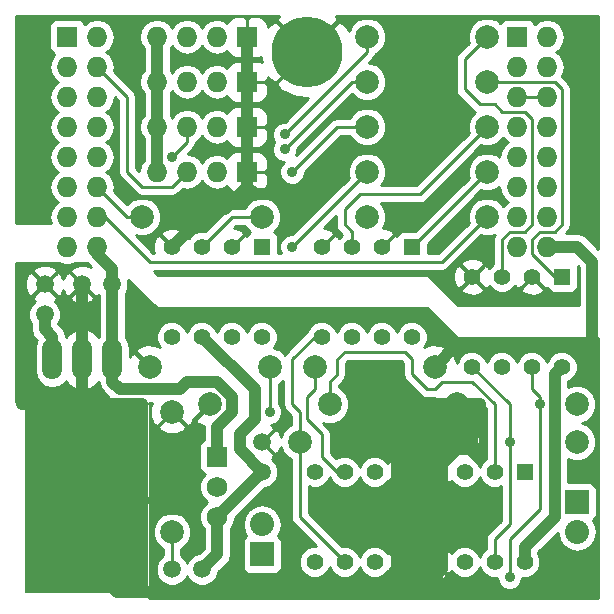
<source format=gtl>
%FSLAX34Y34*%
G04 Gerber Fmt 3.4, Leading zero omitted, Abs format*
G04 (created by PCBNEW (2014-jan-25)-product) date Thu 10 Jul 2014 10:52:34 PM PDT*
%MOIN*%
G01*
G70*
G90*
G04 APERTURE LIST*
%ADD10C,0.003937*%
%ADD11C,0.059100*%
%ADD12C,0.236220*%
%ADD13R,0.068000X0.068000*%
%ADD14C,0.068000*%
%ADD15O,0.068000X0.068000*%
%ADD16R,0.080000X0.080000*%
%ADD17O,0.080000X0.080000*%
%ADD18R,0.055000X0.055000*%
%ADD19C,0.055000*%
%ADD20C,0.078700*%
%ADD21O,0.066900X0.137800*%
%ADD22R,0.380000X0.620000*%
%ADD23C,0.035000*%
%ADD24C,0.040000*%
%ADD25C,0.010000*%
G04 APERTURE END LIST*
G54D10*
G54D11*
X33500Y-49750D03*
X32500Y-49750D03*
X36500Y-59250D03*
X35500Y-59250D03*
X31250Y-50750D03*
X31250Y-49750D03*
X38500Y-56000D03*
X38500Y-55000D03*
G54D12*
X40000Y-42000D03*
G54D13*
X37000Y-55500D03*
G54D14*
X37000Y-56500D03*
X37000Y-57500D03*
G54D13*
X32000Y-41500D03*
G54D15*
X33000Y-41500D03*
X32000Y-42500D03*
X33000Y-42500D03*
X32000Y-43500D03*
X33000Y-43500D03*
X32000Y-44500D03*
X33000Y-44500D03*
X32000Y-45500D03*
X33000Y-45500D03*
X32000Y-46500D03*
X33000Y-46500D03*
X32000Y-47500D03*
X33000Y-47500D03*
X32000Y-48500D03*
X33000Y-48500D03*
G54D13*
X47000Y-41500D03*
G54D15*
X48000Y-41500D03*
X47000Y-42500D03*
X48000Y-42500D03*
X47000Y-43500D03*
X48000Y-43500D03*
X47000Y-44500D03*
X48000Y-44500D03*
X47000Y-45500D03*
X48000Y-45500D03*
X47000Y-46500D03*
X48000Y-46500D03*
X47000Y-47500D03*
X48000Y-47500D03*
X47000Y-48500D03*
X48000Y-48500D03*
G54D13*
X38000Y-43000D03*
G54D15*
X37000Y-43000D03*
X36000Y-43000D03*
X35000Y-43000D03*
G54D13*
X38000Y-41500D03*
G54D15*
X37000Y-41500D03*
X36000Y-41500D03*
X35000Y-41500D03*
G54D16*
X38500Y-58750D03*
G54D17*
X38500Y-57750D03*
G54D16*
X49000Y-57000D03*
G54D17*
X49000Y-58000D03*
G54D13*
X38000Y-44500D03*
G54D15*
X37000Y-44500D03*
X36000Y-44500D03*
X35000Y-44500D03*
G54D13*
X38000Y-46000D03*
G54D15*
X37000Y-46000D03*
X36000Y-46000D03*
X35000Y-46000D03*
G54D18*
X47250Y-56000D03*
G54D19*
X46250Y-56000D03*
X45250Y-56000D03*
X44250Y-56000D03*
X43250Y-56000D03*
X42250Y-56000D03*
X41250Y-56000D03*
X40250Y-56000D03*
X40250Y-59000D03*
X41250Y-59000D03*
X42250Y-59000D03*
X43250Y-59000D03*
X44250Y-59000D03*
X45250Y-59000D03*
X46250Y-59000D03*
X47250Y-59000D03*
G54D20*
X35500Y-54000D03*
X35500Y-58000D03*
X46000Y-47500D03*
X42000Y-47500D03*
X34500Y-47500D03*
X38500Y-47500D03*
X42000Y-46000D03*
X46000Y-46000D03*
X42000Y-44500D03*
X46000Y-44500D03*
X42000Y-43000D03*
X46000Y-43000D03*
X42000Y-41500D03*
X46000Y-41500D03*
X36750Y-53750D03*
X40750Y-53750D03*
X34750Y-52500D03*
X38750Y-52500D03*
X44250Y-52500D03*
X40250Y-52500D03*
X43750Y-55000D03*
X39750Y-55000D03*
X45000Y-53750D03*
X49000Y-53750D03*
X45000Y-55000D03*
X49000Y-55000D03*
G54D21*
X32500Y-52250D03*
X33500Y-52250D03*
X31500Y-52250D03*
G54D22*
X32500Y-56950D03*
G54D18*
X48500Y-49500D03*
G54D19*
X47500Y-49500D03*
X46500Y-49500D03*
X45500Y-49500D03*
X45500Y-52500D03*
X46500Y-52500D03*
X47500Y-52500D03*
X48500Y-52500D03*
G54D18*
X43500Y-48500D03*
G54D19*
X42500Y-48500D03*
X41500Y-48500D03*
X40500Y-48500D03*
X40500Y-51500D03*
X41500Y-51500D03*
X42500Y-51500D03*
X43500Y-51500D03*
G54D18*
X38500Y-48500D03*
G54D19*
X37500Y-48500D03*
X36500Y-48500D03*
X35500Y-48500D03*
X35500Y-51500D03*
X36500Y-51500D03*
X37500Y-51500D03*
X38500Y-51500D03*
G54D23*
X44750Y-60000D03*
X42750Y-60000D03*
X43250Y-60000D03*
X43750Y-60000D03*
X44250Y-60000D03*
X43500Y-53750D03*
X42750Y-53750D03*
X42750Y-53000D03*
X41750Y-53000D03*
X41750Y-53750D03*
X42500Y-54750D03*
X41750Y-54750D03*
X41750Y-55250D03*
X42500Y-55250D03*
X43750Y-57250D03*
X43750Y-57750D03*
X43250Y-57250D03*
X44250Y-57750D03*
X43250Y-57750D03*
X44250Y-57250D03*
X49500Y-52750D03*
X39250Y-44750D03*
X39500Y-46000D03*
X35500Y-45500D03*
X39250Y-45250D03*
X39500Y-48500D03*
X39750Y-47500D03*
X37250Y-47250D03*
X49000Y-43000D03*
X45000Y-46250D03*
X43750Y-47500D03*
X44500Y-43750D03*
X43750Y-46000D03*
X44750Y-48000D03*
X48500Y-49500D03*
X38750Y-54000D03*
X47750Y-53750D03*
X46750Y-59500D03*
X46750Y-55000D03*
G54D24*
X33500Y-49250D02*
X33500Y-49750D01*
X33000Y-48750D02*
X33500Y-49250D01*
X33000Y-48500D02*
X33000Y-48750D01*
X33500Y-53000D02*
X33750Y-53250D01*
X33750Y-53250D02*
X35750Y-53250D01*
X35750Y-53250D02*
X36000Y-53000D01*
X36000Y-53000D02*
X37000Y-53000D01*
X37000Y-53000D02*
X37500Y-53500D01*
X37500Y-53500D02*
X37500Y-54000D01*
X37500Y-54000D02*
X37000Y-54500D01*
X37000Y-54500D02*
X37000Y-55500D01*
X33500Y-52250D02*
X33500Y-53000D01*
X33500Y-52250D02*
X33500Y-49750D01*
X44250Y-60000D02*
X44750Y-60000D01*
X44250Y-59000D02*
X44250Y-60000D01*
X43750Y-60000D02*
X43250Y-60000D01*
X41750Y-54750D02*
X41750Y-53750D01*
X42750Y-53750D02*
X43500Y-53750D01*
X41750Y-53000D02*
X42750Y-53000D01*
X41750Y-54750D02*
X42500Y-54750D01*
X42500Y-55250D02*
X41750Y-55250D01*
X44250Y-57750D02*
X43750Y-57750D01*
X43750Y-57750D02*
X43250Y-57750D01*
X44250Y-57250D02*
X43750Y-57250D01*
X43750Y-57250D02*
X43250Y-57250D01*
X43250Y-57250D02*
X43250Y-57750D01*
X43250Y-55500D02*
X43250Y-57250D01*
X32500Y-52250D02*
X32500Y-49750D01*
X44250Y-52500D02*
X45000Y-51750D01*
X45000Y-51750D02*
X49500Y-51750D01*
X32500Y-58850D02*
X33650Y-60000D01*
X33650Y-60000D02*
X42500Y-60000D01*
X42500Y-60000D02*
X42750Y-60000D01*
X42750Y-60000D02*
X43250Y-59500D01*
X43250Y-59500D02*
X43250Y-59000D01*
X44500Y-56500D02*
X44500Y-55750D01*
X43000Y-56500D02*
X43000Y-55750D01*
X43000Y-58500D02*
X43000Y-59250D01*
X49500Y-51750D02*
X49500Y-52750D01*
X32500Y-52250D02*
X32500Y-58850D01*
X49000Y-48500D02*
X49500Y-49000D01*
X48000Y-48500D02*
X49000Y-48500D01*
X49500Y-49000D02*
X49500Y-51750D01*
X34500Y-60000D02*
X34500Y-53750D01*
X34500Y-53750D02*
X30500Y-53750D01*
X30500Y-53750D02*
X30500Y-53750D01*
X33650Y-60000D02*
X34500Y-60000D01*
X32500Y-58850D02*
X33650Y-60000D01*
X44500Y-54250D02*
X43750Y-55000D01*
X43250Y-57750D02*
X43250Y-59000D01*
X43250Y-55500D02*
X43250Y-55500D01*
X43750Y-55000D02*
X43250Y-55500D01*
X44250Y-59000D02*
X44250Y-57750D01*
X44250Y-57750D02*
X44250Y-57250D01*
X44250Y-57250D02*
X44250Y-56000D01*
X43750Y-55500D02*
X43750Y-55000D01*
X44250Y-56000D02*
X43750Y-55500D01*
X45000Y-55250D02*
X45000Y-55000D01*
X44250Y-56000D02*
X44500Y-55750D01*
X44500Y-55750D02*
X45000Y-55250D01*
X45000Y-55000D02*
X43750Y-55000D01*
X44250Y-59000D02*
X43250Y-59000D01*
X44250Y-56000D02*
X43250Y-56000D01*
X43250Y-56000D02*
X43750Y-55500D01*
X43500Y-56250D02*
X43250Y-56000D01*
X44250Y-56250D02*
X43500Y-56250D01*
X44250Y-56500D02*
X44250Y-56250D01*
X44250Y-56000D02*
X44250Y-56500D01*
X42750Y-56500D02*
X43000Y-56500D01*
X43000Y-56500D02*
X44500Y-56500D01*
X44500Y-56500D02*
X44750Y-56500D01*
X43250Y-56000D02*
X42750Y-56500D01*
X44500Y-55250D02*
X44250Y-55500D01*
X45250Y-55250D02*
X44500Y-55250D01*
X45500Y-55000D02*
X45250Y-55250D01*
X45500Y-54750D02*
X45500Y-55000D01*
X45250Y-54500D02*
X45500Y-54750D01*
X43500Y-54500D02*
X45250Y-54500D01*
X43000Y-55000D02*
X43500Y-54500D01*
X43000Y-55750D02*
X43000Y-55000D01*
X43250Y-56000D02*
X43000Y-55750D01*
X43250Y-55250D02*
X43250Y-55500D01*
X43750Y-54750D02*
X43250Y-55250D01*
X44500Y-54750D02*
X43750Y-54750D01*
X44750Y-55000D02*
X44500Y-54750D01*
X45000Y-55000D02*
X44750Y-55000D01*
X44250Y-55500D02*
X43750Y-55000D01*
X44250Y-56000D02*
X44250Y-55500D01*
X45000Y-53750D02*
X45000Y-55000D01*
X44500Y-53750D02*
X44500Y-54250D01*
X45000Y-53750D02*
X44500Y-53750D01*
X45000Y-54000D02*
X44750Y-54250D01*
X45000Y-53750D02*
X45000Y-54000D01*
X45750Y-53750D02*
X45750Y-54250D01*
X45750Y-54250D02*
X45500Y-54000D01*
X45500Y-54000D02*
X45250Y-54250D01*
X45000Y-53750D02*
X45750Y-53750D01*
X45250Y-55250D02*
X45750Y-55250D01*
X45000Y-55000D02*
X45250Y-55250D01*
X45000Y-53750D02*
X44000Y-53750D01*
X43000Y-59250D02*
X43250Y-59000D01*
X42750Y-59500D02*
X43000Y-59250D01*
X44000Y-59500D02*
X42750Y-59500D01*
X44250Y-59250D02*
X44000Y-59500D01*
X44250Y-59000D02*
X44250Y-59250D01*
X44000Y-59250D02*
X43000Y-59250D01*
X44250Y-59000D02*
X44000Y-59250D01*
X42750Y-58500D02*
X43000Y-58500D01*
X43000Y-58500D02*
X44750Y-58500D01*
X43250Y-59000D02*
X42750Y-58500D01*
X44500Y-59250D02*
X44250Y-59500D01*
X44250Y-59500D02*
X44250Y-59750D01*
X43250Y-59000D02*
X43000Y-58750D01*
X43000Y-58750D02*
X44500Y-58750D01*
X44500Y-58750D02*
X44500Y-59250D01*
G54D25*
X33000Y-42500D02*
X34000Y-43500D01*
X34000Y-46000D02*
X34000Y-43500D01*
X34000Y-46000D02*
X34000Y-43500D01*
X35500Y-46500D02*
X34500Y-46500D01*
X34500Y-46500D02*
X34000Y-46000D01*
X36000Y-46000D02*
X35500Y-46500D01*
X39250Y-44750D02*
X42000Y-42000D01*
X42000Y-42000D02*
X42000Y-41500D01*
X41000Y-44500D02*
X42000Y-44500D01*
X39500Y-46000D02*
X41000Y-44500D01*
X35500Y-45500D02*
X36000Y-45000D01*
X36000Y-45000D02*
X36000Y-44500D01*
X39250Y-45250D02*
X41500Y-43000D01*
X42000Y-43000D02*
X41500Y-43000D01*
X34000Y-47500D02*
X33000Y-46500D01*
X34500Y-47500D02*
X34000Y-47500D01*
X39500Y-48500D02*
X42000Y-46000D01*
X44500Y-49000D02*
X46000Y-47500D01*
X34750Y-49000D02*
X44500Y-49000D01*
X33250Y-47500D02*
X34750Y-49000D01*
X33000Y-47500D02*
X33250Y-47500D01*
G54D24*
X35000Y-46000D02*
X35000Y-44500D01*
X35000Y-44500D02*
X35000Y-43000D01*
X35000Y-43000D02*
X35000Y-41500D01*
G54D25*
X47000Y-45500D02*
X47000Y-45400D01*
G54D24*
X47250Y-58500D02*
X48250Y-57500D01*
X47250Y-59000D02*
X47250Y-58500D01*
X31500Y-51500D02*
X31250Y-51250D01*
X31250Y-51250D02*
X31250Y-50750D01*
X31500Y-52250D02*
X31500Y-51500D01*
X37000Y-58750D02*
X37000Y-57500D01*
X36500Y-59250D02*
X37000Y-58750D01*
X37000Y-57500D02*
X38500Y-56000D01*
X37750Y-55250D02*
X37750Y-54750D01*
X37750Y-54750D02*
X38250Y-54250D01*
X38250Y-54250D02*
X38250Y-53250D01*
X38250Y-53250D02*
X36500Y-51500D01*
X38500Y-56000D02*
X37750Y-55250D01*
X48250Y-57500D02*
X48250Y-52750D01*
X48250Y-52750D02*
X48500Y-52500D01*
G54D25*
X35500Y-59250D02*
X35500Y-58000D01*
G54D24*
X39750Y-47500D02*
X39000Y-46750D01*
X38250Y-46750D02*
X38000Y-46500D01*
X39000Y-46750D02*
X38250Y-46750D01*
X37250Y-47250D02*
X38000Y-46500D01*
X36750Y-47250D02*
X37250Y-47250D01*
X35500Y-48500D02*
X36750Y-47250D01*
X38000Y-46500D02*
X38000Y-46000D01*
X45000Y-46250D02*
X43750Y-47500D01*
X44500Y-43750D02*
X43750Y-44500D01*
X43750Y-44500D02*
X43750Y-46000D01*
X38000Y-46000D02*
X38000Y-44500D01*
X38000Y-44500D02*
X38000Y-43000D01*
X38000Y-43000D02*
X38000Y-41500D01*
G54D25*
X37500Y-47500D02*
X38500Y-47500D01*
X36500Y-48500D02*
X37500Y-47500D01*
X43500Y-48500D02*
X46000Y-46000D01*
X41250Y-47750D02*
X41500Y-48000D01*
X41250Y-47250D02*
X41250Y-47750D01*
X41750Y-46750D02*
X41250Y-47250D01*
X41500Y-48000D02*
X41500Y-48500D01*
X43750Y-46750D02*
X41750Y-46750D01*
X46000Y-44500D02*
X43750Y-46750D01*
X48250Y-49500D02*
X48500Y-49500D01*
X48250Y-43000D02*
X48500Y-43250D01*
X48500Y-43250D02*
X48500Y-47750D01*
X48500Y-47750D02*
X48250Y-48000D01*
X48250Y-48000D02*
X47750Y-48000D01*
X47750Y-48000D02*
X47500Y-48250D01*
X47500Y-48250D02*
X47500Y-48750D01*
X47500Y-48750D02*
X48250Y-49500D01*
X46000Y-43000D02*
X48250Y-43000D01*
X46500Y-48250D02*
X46750Y-48000D01*
X46750Y-48000D02*
X47250Y-48000D01*
X47250Y-48000D02*
X47500Y-47750D01*
X47500Y-47750D02*
X47500Y-44250D01*
X47500Y-44250D02*
X47250Y-44000D01*
X47250Y-44000D02*
X46500Y-44000D01*
X46500Y-44000D02*
X46250Y-43750D01*
X46250Y-43750D02*
X45750Y-43750D01*
X45750Y-43750D02*
X45250Y-43250D01*
X45250Y-43250D02*
X45250Y-42250D01*
X45250Y-42250D02*
X46000Y-41500D01*
X46500Y-49500D02*
X46500Y-48250D01*
X40750Y-53750D02*
X40750Y-53000D01*
X40750Y-53000D02*
X41000Y-52750D01*
X40750Y-53750D02*
X41000Y-53500D01*
X41000Y-52750D02*
X41000Y-52250D01*
X44000Y-53250D02*
X44250Y-53250D01*
X46250Y-56000D02*
X46250Y-53750D01*
X44500Y-53000D02*
X44250Y-53250D01*
X45500Y-53000D02*
X44500Y-53000D01*
X46250Y-53750D02*
X45500Y-53000D01*
X41000Y-52250D02*
X41250Y-52000D01*
X41250Y-52000D02*
X43250Y-52000D01*
X43250Y-52000D02*
X43500Y-52250D01*
X43500Y-52250D02*
X43500Y-52750D01*
X43500Y-52750D02*
X44000Y-53250D01*
X38750Y-54000D02*
X38750Y-52500D01*
X40500Y-54750D02*
X40000Y-54250D01*
X40000Y-54250D02*
X40000Y-53500D01*
X40000Y-53500D02*
X40250Y-53250D01*
X40250Y-53250D02*
X40250Y-52500D01*
X40500Y-55500D02*
X40500Y-54750D01*
X41000Y-56000D02*
X40500Y-55500D01*
X41250Y-56000D02*
X41000Y-56000D01*
X39750Y-57500D02*
X39750Y-55000D01*
X41250Y-59000D02*
X39750Y-57500D01*
X40250Y-51500D02*
X40500Y-51500D01*
X39750Y-54000D02*
X39500Y-53750D01*
X39500Y-53750D02*
X39500Y-52250D01*
X39500Y-52250D02*
X40250Y-51500D01*
X39750Y-55000D02*
X39750Y-54000D01*
X46750Y-59500D02*
X46750Y-58250D01*
X46750Y-58250D02*
X47750Y-57250D01*
X47750Y-57250D02*
X47750Y-53750D01*
X47750Y-53750D02*
X47750Y-53500D01*
X47750Y-53500D02*
X47500Y-53250D01*
X47500Y-53250D02*
X47500Y-52500D01*
X46250Y-58250D02*
X46750Y-57750D01*
X46250Y-59000D02*
X46250Y-58250D01*
X46750Y-53750D02*
X46750Y-55000D01*
X46750Y-55000D02*
X46750Y-57750D01*
X45500Y-52500D02*
X46750Y-53750D01*
G36*
X38097Y-48007D02*
X38083Y-48013D01*
X38013Y-48083D01*
X37993Y-48130D01*
X37895Y-48118D01*
X37514Y-48500D01*
X37519Y-48505D01*
X37505Y-48519D01*
X37500Y-48514D01*
X37494Y-48519D01*
X37480Y-48505D01*
X37485Y-48500D01*
X37480Y-48494D01*
X37494Y-48480D01*
X37500Y-48485D01*
X37881Y-48104D01*
X37866Y-47978D01*
X37639Y-47878D01*
X37548Y-47875D01*
X37624Y-47800D01*
X37927Y-47800D01*
X37954Y-47864D01*
X38097Y-48007D01*
X38097Y-48007D01*
G37*
X38097Y-48007D02*
X38083Y-48013D01*
X38013Y-48083D01*
X37993Y-48130D01*
X37895Y-48118D01*
X37514Y-48500D01*
X37519Y-48505D01*
X37505Y-48519D01*
X37500Y-48514D01*
X37494Y-48519D01*
X37480Y-48505D01*
X37485Y-48500D01*
X37480Y-48494D01*
X37494Y-48480D01*
X37500Y-48485D01*
X37881Y-48104D01*
X37866Y-47978D01*
X37639Y-47878D01*
X37548Y-47875D01*
X37624Y-47800D01*
X37927Y-47800D01*
X37954Y-47864D01*
X38097Y-48007D01*
G36*
X41166Y-48090D02*
X41055Y-48202D01*
X41055Y-48202D01*
X41038Y-48158D01*
X41021Y-48133D01*
X40895Y-48118D01*
X40514Y-48500D01*
X40519Y-48505D01*
X40505Y-48519D01*
X40500Y-48514D01*
X40494Y-48519D01*
X40480Y-48505D01*
X40485Y-48500D01*
X40480Y-48494D01*
X40494Y-48480D01*
X40500Y-48485D01*
X40881Y-48104D01*
X40866Y-47978D01*
X40639Y-47878D01*
X40548Y-47875D01*
X40950Y-47474D01*
X40950Y-47750D01*
X40972Y-47864D01*
X41037Y-47962D01*
X41166Y-48090D01*
X41166Y-48090D01*
G37*
X41166Y-48090D02*
X41055Y-48202D01*
X41055Y-48202D01*
X41038Y-48158D01*
X41021Y-48133D01*
X40895Y-48118D01*
X40514Y-48500D01*
X40519Y-48505D01*
X40505Y-48519D01*
X40500Y-48514D01*
X40494Y-48519D01*
X40480Y-48505D01*
X40485Y-48500D01*
X40480Y-48494D01*
X40494Y-48480D01*
X40500Y-48485D01*
X40881Y-48104D01*
X40866Y-47978D01*
X40639Y-47878D01*
X40548Y-47875D01*
X40950Y-47474D01*
X40950Y-47750D01*
X40972Y-47864D01*
X41037Y-47962D01*
X41166Y-48090D01*
G36*
X46689Y-45000D02*
X46582Y-45071D01*
X46454Y-45262D01*
X46410Y-45488D01*
X46410Y-45499D01*
X46364Y-45454D01*
X46128Y-45356D01*
X45872Y-45356D01*
X45635Y-45454D01*
X45454Y-45635D01*
X45356Y-45871D01*
X45356Y-46127D01*
X45383Y-46192D01*
X43600Y-47975D01*
X43175Y-47975D01*
X43083Y-48013D01*
X43013Y-48083D01*
X42993Y-48130D01*
X42895Y-48118D01*
X42514Y-48500D01*
X42519Y-48505D01*
X42505Y-48519D01*
X42500Y-48514D01*
X42494Y-48519D01*
X42480Y-48505D01*
X42485Y-48500D01*
X42480Y-48494D01*
X42494Y-48480D01*
X42500Y-48485D01*
X42881Y-48104D01*
X42866Y-47978D01*
X42639Y-47878D01*
X42534Y-47875D01*
X42545Y-47864D01*
X42643Y-47628D01*
X42643Y-47372D01*
X42545Y-47135D01*
X42460Y-47050D01*
X43750Y-47050D01*
X43750Y-47049D01*
X43864Y-47027D01*
X43864Y-47027D01*
X43962Y-46962D01*
X45807Y-45116D01*
X45871Y-45143D01*
X46127Y-45143D01*
X46364Y-45045D01*
X46542Y-44867D01*
X46582Y-44928D01*
X46689Y-45000D01*
X46689Y-45000D01*
G37*
X46689Y-45000D02*
X46582Y-45071D01*
X46454Y-45262D01*
X46410Y-45488D01*
X46410Y-45499D01*
X46364Y-45454D01*
X46128Y-45356D01*
X45872Y-45356D01*
X45635Y-45454D01*
X45454Y-45635D01*
X45356Y-45871D01*
X45356Y-46127D01*
X45383Y-46192D01*
X43600Y-47975D01*
X43175Y-47975D01*
X43083Y-48013D01*
X43013Y-48083D01*
X42993Y-48130D01*
X42895Y-48118D01*
X42514Y-48500D01*
X42519Y-48505D01*
X42505Y-48519D01*
X42500Y-48514D01*
X42494Y-48519D01*
X42480Y-48505D01*
X42485Y-48500D01*
X42480Y-48494D01*
X42494Y-48480D01*
X42500Y-48485D01*
X42881Y-48104D01*
X42866Y-47978D01*
X42639Y-47878D01*
X42534Y-47875D01*
X42545Y-47864D01*
X42643Y-47628D01*
X42643Y-47372D01*
X42545Y-47135D01*
X42460Y-47050D01*
X43750Y-47050D01*
X43750Y-47049D01*
X43864Y-47027D01*
X43864Y-47027D01*
X43962Y-46962D01*
X45807Y-45116D01*
X45871Y-45143D01*
X46127Y-45143D01*
X46364Y-45045D01*
X46542Y-44867D01*
X46582Y-44928D01*
X46689Y-45000D01*
G36*
X46689Y-47000D02*
X46582Y-47071D01*
X46542Y-47132D01*
X46364Y-46954D01*
X46128Y-46856D01*
X45872Y-46856D01*
X45635Y-46954D01*
X45454Y-47135D01*
X45356Y-47371D01*
X45356Y-47627D01*
X45383Y-47692D01*
X44375Y-48700D01*
X44025Y-48700D01*
X44025Y-48399D01*
X45807Y-46616D01*
X45871Y-46643D01*
X46127Y-46643D01*
X46364Y-46545D01*
X46410Y-46499D01*
X46410Y-46511D01*
X46454Y-46737D01*
X46582Y-46928D01*
X46689Y-47000D01*
X46689Y-47000D01*
G37*
X46689Y-47000D02*
X46582Y-47071D01*
X46542Y-47132D01*
X46364Y-46954D01*
X46128Y-46856D01*
X45872Y-46856D01*
X45635Y-46954D01*
X45454Y-47135D01*
X45356Y-47371D01*
X45356Y-47627D01*
X45383Y-47692D01*
X44375Y-48700D01*
X44025Y-48700D01*
X44025Y-48399D01*
X45807Y-46616D01*
X45871Y-46643D01*
X46127Y-46643D01*
X46364Y-46545D01*
X46410Y-46499D01*
X46410Y-46511D01*
X46454Y-46737D01*
X46582Y-46928D01*
X46689Y-47000D01*
G36*
X48017Y-43510D02*
X48010Y-43510D01*
X48010Y-43517D01*
X47990Y-43517D01*
X47990Y-43510D01*
X47602Y-43510D01*
X47397Y-43510D01*
X47010Y-43510D01*
X47010Y-43517D01*
X46990Y-43517D01*
X46990Y-43510D01*
X46982Y-43510D01*
X46982Y-43490D01*
X46990Y-43490D01*
X46990Y-43482D01*
X47010Y-43482D01*
X47010Y-43490D01*
X47397Y-43490D01*
X47602Y-43490D01*
X47990Y-43490D01*
X47990Y-43482D01*
X48010Y-43482D01*
X48010Y-43490D01*
X48017Y-43490D01*
X48017Y-43510D01*
X48017Y-43510D01*
G37*
X48017Y-43510D02*
X48010Y-43510D01*
X48010Y-43517D01*
X47990Y-43517D01*
X47990Y-43510D01*
X47602Y-43510D01*
X47397Y-43510D01*
X47010Y-43510D01*
X47010Y-43517D01*
X46990Y-43517D01*
X46990Y-43510D01*
X46982Y-43510D01*
X46982Y-43490D01*
X46990Y-43490D01*
X46990Y-43482D01*
X47010Y-43482D01*
X47010Y-43490D01*
X47397Y-43490D01*
X47602Y-43490D01*
X47990Y-43490D01*
X47990Y-43482D01*
X48010Y-43482D01*
X48010Y-43490D01*
X48017Y-43490D01*
X48017Y-43510D01*
G36*
X49050Y-50450D02*
X47881Y-50450D01*
X47881Y-49895D01*
X47500Y-49514D01*
X47118Y-49895D01*
X47133Y-50021D01*
X47360Y-50121D01*
X47609Y-50127D01*
X47841Y-50038D01*
X47866Y-50021D01*
X47881Y-49895D01*
X47881Y-50450D01*
X45881Y-50450D01*
X45881Y-49895D01*
X45500Y-49514D01*
X45485Y-49528D01*
X45485Y-49500D01*
X45104Y-49118D01*
X44978Y-49133D01*
X44878Y-49360D01*
X44872Y-49609D01*
X44961Y-49841D01*
X44978Y-49866D01*
X45104Y-49881D01*
X45485Y-49500D01*
X45485Y-49528D01*
X45118Y-49895D01*
X45133Y-50021D01*
X45360Y-50121D01*
X45609Y-50127D01*
X45841Y-50038D01*
X45866Y-50021D01*
X45881Y-49895D01*
X45881Y-50450D01*
X45020Y-50450D01*
X44020Y-49450D01*
X35022Y-49450D01*
X34894Y-49300D01*
X44500Y-49300D01*
X44500Y-49299D01*
X44614Y-49277D01*
X44614Y-49277D01*
X44712Y-49212D01*
X45807Y-48116D01*
X45871Y-48143D01*
X46127Y-48143D01*
X46251Y-48092D01*
X46222Y-48135D01*
X46200Y-48250D01*
X46200Y-49057D01*
X46055Y-49202D01*
X46055Y-49202D01*
X46038Y-49158D01*
X46021Y-49133D01*
X45895Y-49118D01*
X45881Y-49132D01*
X45881Y-49104D01*
X45866Y-48978D01*
X45639Y-48878D01*
X45390Y-48872D01*
X45158Y-48961D01*
X45133Y-48978D01*
X45118Y-49104D01*
X45500Y-49485D01*
X45881Y-49104D01*
X45881Y-49132D01*
X45514Y-49500D01*
X45895Y-49881D01*
X46021Y-49866D01*
X46053Y-49793D01*
X46054Y-49797D01*
X46202Y-49944D01*
X46395Y-50024D01*
X46603Y-50025D01*
X46797Y-49945D01*
X46944Y-49797D01*
X46944Y-49797D01*
X46961Y-49841D01*
X46978Y-49866D01*
X47104Y-49881D01*
X47485Y-49500D01*
X47480Y-49494D01*
X47494Y-49480D01*
X47500Y-49485D01*
X47505Y-49480D01*
X47519Y-49494D01*
X47514Y-49500D01*
X47895Y-49881D01*
X47993Y-49869D01*
X48013Y-49916D01*
X48083Y-49986D01*
X48175Y-50025D01*
X48274Y-50025D01*
X48824Y-50025D01*
X48916Y-49986D01*
X48986Y-49916D01*
X49025Y-49824D01*
X49025Y-49725D01*
X49025Y-49175D01*
X49015Y-49151D01*
X49050Y-49186D01*
X49050Y-50450D01*
X49050Y-50450D01*
G37*
X49050Y-50450D02*
X47881Y-50450D01*
X47881Y-49895D01*
X47500Y-49514D01*
X47118Y-49895D01*
X47133Y-50021D01*
X47360Y-50121D01*
X47609Y-50127D01*
X47841Y-50038D01*
X47866Y-50021D01*
X47881Y-49895D01*
X47881Y-50450D01*
X45881Y-50450D01*
X45881Y-49895D01*
X45500Y-49514D01*
X45485Y-49528D01*
X45485Y-49500D01*
X45104Y-49118D01*
X44978Y-49133D01*
X44878Y-49360D01*
X44872Y-49609D01*
X44961Y-49841D01*
X44978Y-49866D01*
X45104Y-49881D01*
X45485Y-49500D01*
X45485Y-49528D01*
X45118Y-49895D01*
X45133Y-50021D01*
X45360Y-50121D01*
X45609Y-50127D01*
X45841Y-50038D01*
X45866Y-50021D01*
X45881Y-49895D01*
X45881Y-50450D01*
X45020Y-50450D01*
X44020Y-49450D01*
X35022Y-49450D01*
X34894Y-49300D01*
X44500Y-49300D01*
X44500Y-49299D01*
X44614Y-49277D01*
X44614Y-49277D01*
X44712Y-49212D01*
X45807Y-48116D01*
X45871Y-48143D01*
X46127Y-48143D01*
X46251Y-48092D01*
X46222Y-48135D01*
X46200Y-48250D01*
X46200Y-49057D01*
X46055Y-49202D01*
X46055Y-49202D01*
X46038Y-49158D01*
X46021Y-49133D01*
X45895Y-49118D01*
X45881Y-49132D01*
X45881Y-49104D01*
X45866Y-48978D01*
X45639Y-48878D01*
X45390Y-48872D01*
X45158Y-48961D01*
X45133Y-48978D01*
X45118Y-49104D01*
X45500Y-49485D01*
X45881Y-49104D01*
X45881Y-49132D01*
X45514Y-49500D01*
X45895Y-49881D01*
X46021Y-49866D01*
X46053Y-49793D01*
X46054Y-49797D01*
X46202Y-49944D01*
X46395Y-50024D01*
X46603Y-50025D01*
X46797Y-49945D01*
X46944Y-49797D01*
X46944Y-49797D01*
X46961Y-49841D01*
X46978Y-49866D01*
X47104Y-49881D01*
X47485Y-49500D01*
X47480Y-49494D01*
X47494Y-49480D01*
X47500Y-49485D01*
X47505Y-49480D01*
X47519Y-49494D01*
X47514Y-49500D01*
X47895Y-49881D01*
X47993Y-49869D01*
X48013Y-49916D01*
X48083Y-49986D01*
X48175Y-50025D01*
X48274Y-50025D01*
X48824Y-50025D01*
X48916Y-49986D01*
X48986Y-49916D01*
X49025Y-49824D01*
X49025Y-49725D01*
X49025Y-49175D01*
X49015Y-49151D01*
X49050Y-49186D01*
X49050Y-50450D01*
G36*
X49700Y-48563D02*
X49318Y-48181D01*
X49172Y-48084D01*
X49000Y-48050D01*
X48624Y-48050D01*
X48712Y-47962D01*
X48712Y-47962D01*
X48751Y-47903D01*
X48777Y-47864D01*
X48777Y-47864D01*
X48800Y-47750D01*
X48800Y-43250D01*
X48777Y-43135D01*
X48777Y-43135D01*
X48751Y-43096D01*
X48712Y-43037D01*
X48491Y-42817D01*
X48545Y-42737D01*
X48590Y-42511D01*
X48590Y-42488D01*
X48545Y-42262D01*
X48417Y-42071D01*
X48310Y-42000D01*
X48417Y-41928D01*
X48545Y-41737D01*
X48590Y-41511D01*
X48590Y-41488D01*
X48545Y-41262D01*
X48417Y-41071D01*
X48225Y-40943D01*
X48000Y-40898D01*
X47774Y-40943D01*
X47582Y-41071D01*
X47577Y-41079D01*
X47551Y-41018D01*
X47481Y-40948D01*
X47389Y-40910D01*
X47290Y-40910D01*
X46610Y-40910D01*
X46518Y-40948D01*
X46448Y-41018D01*
X46442Y-41032D01*
X46364Y-40954D01*
X46128Y-40856D01*
X45872Y-40856D01*
X45635Y-40954D01*
X45454Y-41135D01*
X45356Y-41371D01*
X45356Y-41627D01*
X45383Y-41692D01*
X45037Y-42037D01*
X44972Y-42135D01*
X44950Y-42250D01*
X44950Y-43250D01*
X44972Y-43364D01*
X45037Y-43462D01*
X45537Y-43962D01*
X45537Y-43962D01*
X45591Y-43998D01*
X45454Y-44135D01*
X45356Y-44371D01*
X45356Y-44627D01*
X45383Y-44692D01*
X43625Y-46450D01*
X42460Y-46450D01*
X42545Y-46364D01*
X42643Y-46128D01*
X42643Y-45872D01*
X42643Y-44372D01*
X42545Y-44135D01*
X42364Y-43954D01*
X42128Y-43856D01*
X41872Y-43856D01*
X41635Y-43954D01*
X41454Y-44135D01*
X41427Y-44200D01*
X41000Y-44200D01*
X40885Y-44222D01*
X40846Y-44248D01*
X40787Y-44287D01*
X39628Y-45447D01*
X39674Y-45334D01*
X39675Y-45249D01*
X41507Y-43417D01*
X41635Y-43545D01*
X41871Y-43643D01*
X42127Y-43643D01*
X42364Y-43545D01*
X42545Y-43364D01*
X42643Y-43128D01*
X42643Y-42872D01*
X42545Y-42635D01*
X42364Y-42454D01*
X42128Y-42356D01*
X42067Y-42356D01*
X42212Y-42212D01*
X42212Y-42212D01*
X42251Y-42153D01*
X42277Y-42114D01*
X42277Y-42114D01*
X42284Y-42078D01*
X42284Y-42078D01*
X42364Y-42045D01*
X42545Y-41864D01*
X42643Y-41628D01*
X42643Y-41372D01*
X42545Y-41135D01*
X42364Y-40954D01*
X42128Y-40856D01*
X41872Y-40856D01*
X41635Y-40954D01*
X41454Y-41135D01*
X41379Y-41317D01*
X41325Y-41175D01*
X41268Y-41090D01*
X41049Y-40965D01*
X40014Y-42000D01*
X40019Y-42005D01*
X40005Y-42019D01*
X40000Y-42014D01*
X39985Y-42028D01*
X39985Y-42000D01*
X38950Y-40965D01*
X38731Y-41090D01*
X38690Y-41181D01*
X38690Y-41090D01*
X38636Y-40961D01*
X38538Y-40863D01*
X38409Y-40810D01*
X38097Y-40810D01*
X38010Y-40897D01*
X38010Y-41490D01*
X38017Y-41490D01*
X38017Y-41510D01*
X38010Y-41510D01*
X38010Y-42102D01*
X38097Y-42190D01*
X38409Y-42190D01*
X38462Y-42168D01*
X38459Y-42254D01*
X38493Y-42344D01*
X38409Y-42310D01*
X38097Y-42310D01*
X38010Y-42397D01*
X38010Y-42990D01*
X38602Y-42990D01*
X38690Y-42902D01*
X38690Y-42847D01*
X38731Y-42909D01*
X38950Y-43034D01*
X39985Y-42000D01*
X39985Y-42028D01*
X38965Y-43049D01*
X39090Y-43268D01*
X39645Y-43520D01*
X40042Y-43533D01*
X39250Y-44325D01*
X39165Y-44324D01*
X39009Y-44389D01*
X38889Y-44508D01*
X38825Y-44665D01*
X38824Y-44834D01*
X38889Y-44990D01*
X38898Y-44999D01*
X38889Y-45008D01*
X38825Y-45165D01*
X38824Y-45334D01*
X38889Y-45490D01*
X39008Y-45610D01*
X39165Y-45674D01*
X39224Y-45674D01*
X39139Y-45758D01*
X39075Y-45915D01*
X39074Y-46084D01*
X39139Y-46240D01*
X39258Y-46360D01*
X39415Y-46424D01*
X39584Y-46425D01*
X39740Y-46360D01*
X39860Y-46241D01*
X39924Y-46084D01*
X39925Y-45999D01*
X41124Y-44800D01*
X41427Y-44800D01*
X41454Y-44864D01*
X41635Y-45045D01*
X41871Y-45143D01*
X42127Y-45143D01*
X42364Y-45045D01*
X42545Y-44864D01*
X42643Y-44628D01*
X42643Y-44372D01*
X42643Y-45872D01*
X42545Y-45635D01*
X42364Y-45454D01*
X42128Y-45356D01*
X41872Y-45356D01*
X41635Y-45454D01*
X41454Y-45635D01*
X41356Y-45871D01*
X41356Y-46127D01*
X41383Y-46192D01*
X39500Y-48075D01*
X39415Y-48074D01*
X39259Y-48139D01*
X39139Y-48258D01*
X39075Y-48415D01*
X39074Y-48584D01*
X39122Y-48700D01*
X39025Y-48700D01*
X39025Y-48175D01*
X38986Y-48083D01*
X38916Y-48013D01*
X38902Y-48007D01*
X39045Y-47864D01*
X39143Y-47628D01*
X39143Y-47372D01*
X39045Y-47135D01*
X38864Y-46954D01*
X38690Y-46882D01*
X38690Y-46409D01*
X38690Y-46270D01*
X38690Y-46097D01*
X38690Y-45902D01*
X38690Y-45729D01*
X38690Y-45590D01*
X38690Y-44909D01*
X38690Y-44770D01*
X38690Y-44597D01*
X38690Y-44402D01*
X38690Y-44229D01*
X38690Y-44090D01*
X38690Y-43409D01*
X38690Y-43270D01*
X38690Y-43097D01*
X38602Y-43010D01*
X38010Y-43010D01*
X38010Y-43602D01*
X38097Y-43690D01*
X38409Y-43690D01*
X38538Y-43636D01*
X38636Y-43538D01*
X38690Y-43409D01*
X38690Y-44090D01*
X38636Y-43961D01*
X38538Y-43863D01*
X38409Y-43810D01*
X38097Y-43810D01*
X38010Y-43897D01*
X38010Y-44490D01*
X38602Y-44490D01*
X38690Y-44402D01*
X38690Y-44597D01*
X38602Y-44510D01*
X38010Y-44510D01*
X38010Y-45102D01*
X38097Y-45190D01*
X38409Y-45190D01*
X38538Y-45136D01*
X38636Y-45038D01*
X38690Y-44909D01*
X38690Y-45590D01*
X38636Y-45461D01*
X38538Y-45363D01*
X38409Y-45310D01*
X38097Y-45310D01*
X38010Y-45397D01*
X38010Y-45990D01*
X38602Y-45990D01*
X38690Y-45902D01*
X38690Y-46097D01*
X38602Y-46010D01*
X38010Y-46010D01*
X38010Y-46602D01*
X38097Y-46690D01*
X38409Y-46690D01*
X38538Y-46636D01*
X38636Y-46538D01*
X38690Y-46409D01*
X38690Y-46882D01*
X38628Y-46856D01*
X38372Y-46856D01*
X38135Y-46954D01*
X37954Y-47135D01*
X37927Y-47200D01*
X37500Y-47200D01*
X37385Y-47222D01*
X37287Y-47287D01*
X36600Y-47975D01*
X36396Y-47974D01*
X36203Y-48054D01*
X36055Y-48202D01*
X36055Y-48202D01*
X36038Y-48158D01*
X36021Y-48133D01*
X35895Y-48118D01*
X35881Y-48132D01*
X35881Y-48104D01*
X35866Y-47978D01*
X35639Y-47878D01*
X35390Y-47872D01*
X35158Y-47961D01*
X35133Y-47978D01*
X35118Y-48104D01*
X35500Y-48485D01*
X35881Y-48104D01*
X35881Y-48132D01*
X35514Y-48500D01*
X35519Y-48505D01*
X35505Y-48519D01*
X35500Y-48514D01*
X35494Y-48519D01*
X35480Y-48505D01*
X35485Y-48500D01*
X35104Y-48118D01*
X34978Y-48133D01*
X34878Y-48360D01*
X34872Y-48609D01*
X34907Y-48700D01*
X34874Y-48700D01*
X34279Y-48105D01*
X34371Y-48143D01*
X34627Y-48143D01*
X34864Y-48045D01*
X35045Y-47864D01*
X35143Y-47628D01*
X35143Y-47372D01*
X35045Y-47135D01*
X34864Y-46954D01*
X34628Y-46856D01*
X34372Y-46856D01*
X34135Y-46954D01*
X34007Y-47082D01*
X33564Y-46640D01*
X33590Y-46511D01*
X33590Y-46488D01*
X33545Y-46262D01*
X33417Y-46071D01*
X33310Y-46000D01*
X33417Y-45928D01*
X33545Y-45737D01*
X33590Y-45511D01*
X33590Y-45488D01*
X33545Y-45262D01*
X33417Y-45071D01*
X33310Y-45000D01*
X33417Y-44928D01*
X33545Y-44737D01*
X33590Y-44511D01*
X33590Y-44488D01*
X33545Y-44262D01*
X33417Y-44071D01*
X33310Y-44000D01*
X33417Y-43928D01*
X33545Y-43737D01*
X33589Y-43513D01*
X33700Y-43624D01*
X33700Y-46000D01*
X33722Y-46114D01*
X33787Y-46212D01*
X34287Y-46712D01*
X34287Y-46712D01*
X34385Y-46777D01*
X34500Y-46800D01*
X35500Y-46800D01*
X35500Y-46799D01*
X35614Y-46777D01*
X35614Y-46777D01*
X35712Y-46712D01*
X35859Y-46564D01*
X35988Y-46590D01*
X36011Y-46590D01*
X36237Y-46545D01*
X36428Y-46417D01*
X36500Y-46310D01*
X36571Y-46417D01*
X36762Y-46545D01*
X36988Y-46590D01*
X37011Y-46590D01*
X37237Y-46545D01*
X37338Y-46477D01*
X37363Y-46538D01*
X37461Y-46636D01*
X37590Y-46690D01*
X37902Y-46690D01*
X37990Y-46602D01*
X37990Y-46010D01*
X37982Y-46010D01*
X37982Y-45990D01*
X37990Y-45990D01*
X37990Y-45397D01*
X37902Y-45310D01*
X37590Y-45310D01*
X37461Y-45363D01*
X37363Y-45461D01*
X37338Y-45522D01*
X37237Y-45454D01*
X37011Y-45410D01*
X36988Y-45410D01*
X36762Y-45454D01*
X36571Y-45582D01*
X36500Y-45689D01*
X36428Y-45582D01*
X36237Y-45454D01*
X36013Y-45410D01*
X36212Y-45212D01*
X36212Y-45212D01*
X36277Y-45114D01*
X36299Y-45003D01*
X36428Y-44917D01*
X36500Y-44810D01*
X36571Y-44917D01*
X36762Y-45045D01*
X36988Y-45090D01*
X37011Y-45090D01*
X37237Y-45045D01*
X37338Y-44977D01*
X37363Y-45038D01*
X37461Y-45136D01*
X37590Y-45190D01*
X37902Y-45190D01*
X37990Y-45102D01*
X37990Y-44510D01*
X37982Y-44510D01*
X37982Y-44490D01*
X37990Y-44490D01*
X37990Y-43897D01*
X37902Y-43810D01*
X37590Y-43810D01*
X37461Y-43863D01*
X37363Y-43961D01*
X37338Y-44022D01*
X37237Y-43954D01*
X37011Y-43910D01*
X36988Y-43910D01*
X36762Y-43954D01*
X36571Y-44082D01*
X36500Y-44189D01*
X36428Y-44082D01*
X36237Y-43954D01*
X36011Y-43910D01*
X35988Y-43910D01*
X35762Y-43954D01*
X35571Y-44082D01*
X35500Y-44189D01*
X35450Y-44114D01*
X35450Y-43385D01*
X35500Y-43310D01*
X35571Y-43417D01*
X35762Y-43545D01*
X35988Y-43590D01*
X36011Y-43590D01*
X36237Y-43545D01*
X36428Y-43417D01*
X36500Y-43310D01*
X36571Y-43417D01*
X36762Y-43545D01*
X36988Y-43590D01*
X37011Y-43590D01*
X37237Y-43545D01*
X37338Y-43477D01*
X37363Y-43538D01*
X37461Y-43636D01*
X37590Y-43690D01*
X37902Y-43690D01*
X37990Y-43602D01*
X37990Y-43010D01*
X37982Y-43010D01*
X37982Y-42990D01*
X37990Y-42990D01*
X37990Y-42397D01*
X37902Y-42310D01*
X37590Y-42310D01*
X37461Y-42363D01*
X37363Y-42461D01*
X37338Y-42522D01*
X37237Y-42454D01*
X37011Y-42410D01*
X36988Y-42410D01*
X36762Y-42454D01*
X36571Y-42582D01*
X36500Y-42689D01*
X36428Y-42582D01*
X36237Y-42454D01*
X36011Y-42410D01*
X35988Y-42410D01*
X35762Y-42454D01*
X35571Y-42582D01*
X35500Y-42689D01*
X35450Y-42614D01*
X35450Y-41885D01*
X35500Y-41810D01*
X35571Y-41917D01*
X35762Y-42045D01*
X35988Y-42090D01*
X36011Y-42090D01*
X36237Y-42045D01*
X36428Y-41917D01*
X36500Y-41810D01*
X36571Y-41917D01*
X36762Y-42045D01*
X36988Y-42090D01*
X37011Y-42090D01*
X37237Y-42045D01*
X37338Y-41977D01*
X37363Y-42038D01*
X37461Y-42136D01*
X37590Y-42190D01*
X37902Y-42190D01*
X37990Y-42102D01*
X37990Y-41510D01*
X37982Y-41510D01*
X37982Y-41490D01*
X37990Y-41490D01*
X37990Y-40897D01*
X37902Y-40810D01*
X37590Y-40810D01*
X37461Y-40863D01*
X37363Y-40961D01*
X37338Y-41022D01*
X37237Y-40954D01*
X37011Y-40910D01*
X36988Y-40910D01*
X36762Y-40954D01*
X36571Y-41082D01*
X36500Y-41189D01*
X36428Y-41082D01*
X36237Y-40954D01*
X36011Y-40910D01*
X35988Y-40910D01*
X35762Y-40954D01*
X35571Y-41082D01*
X35500Y-41189D01*
X35428Y-41082D01*
X35237Y-40954D01*
X35011Y-40910D01*
X34988Y-40910D01*
X34762Y-40954D01*
X34571Y-41082D01*
X34443Y-41274D01*
X34398Y-41500D01*
X34443Y-41725D01*
X34550Y-41885D01*
X34550Y-42614D01*
X34443Y-42774D01*
X34398Y-43000D01*
X34443Y-43225D01*
X34550Y-43385D01*
X34550Y-44114D01*
X34443Y-44274D01*
X34398Y-44500D01*
X34443Y-44725D01*
X34550Y-44885D01*
X34550Y-45614D01*
X34443Y-45774D01*
X34402Y-45978D01*
X34300Y-45875D01*
X34300Y-43500D01*
X34277Y-43385D01*
X34212Y-43287D01*
X34212Y-43287D01*
X33564Y-42640D01*
X33590Y-42511D01*
X33590Y-42488D01*
X33545Y-42262D01*
X33417Y-42071D01*
X33310Y-42000D01*
X33417Y-41928D01*
X33545Y-41737D01*
X33590Y-41511D01*
X33590Y-41488D01*
X33545Y-41262D01*
X33417Y-41071D01*
X33225Y-40943D01*
X33000Y-40898D01*
X32774Y-40943D01*
X32582Y-41071D01*
X32577Y-41079D01*
X32551Y-41018D01*
X32481Y-40948D01*
X32389Y-40910D01*
X32290Y-40910D01*
X31610Y-40910D01*
X31518Y-40948D01*
X31448Y-41018D01*
X31410Y-41110D01*
X31410Y-41209D01*
X31410Y-41889D01*
X31448Y-41981D01*
X31518Y-42051D01*
X31578Y-42077D01*
X31454Y-42262D01*
X31410Y-42488D01*
X31410Y-42511D01*
X31454Y-42737D01*
X31582Y-42928D01*
X31689Y-43000D01*
X31582Y-43071D01*
X31454Y-43262D01*
X31410Y-43488D01*
X31410Y-43511D01*
X31454Y-43737D01*
X31582Y-43928D01*
X31689Y-44000D01*
X31582Y-44071D01*
X31454Y-44262D01*
X31410Y-44488D01*
X31410Y-44511D01*
X31454Y-44737D01*
X31582Y-44928D01*
X31689Y-45000D01*
X31582Y-45071D01*
X31454Y-45262D01*
X31410Y-45488D01*
X31410Y-45511D01*
X31454Y-45737D01*
X31582Y-45928D01*
X31689Y-46000D01*
X31582Y-46071D01*
X31454Y-46262D01*
X31410Y-46488D01*
X31410Y-46511D01*
X31454Y-46737D01*
X31582Y-46928D01*
X31689Y-47000D01*
X31582Y-47071D01*
X31454Y-47262D01*
X31410Y-47488D01*
X31410Y-47511D01*
X31447Y-47700D01*
X30300Y-47700D01*
X30300Y-40800D01*
X39051Y-40800D01*
X38965Y-40950D01*
X40000Y-41985D01*
X41034Y-40950D01*
X40948Y-40800D01*
X49700Y-40800D01*
X49700Y-48563D01*
X49700Y-48563D01*
G37*
X49700Y-48563D02*
X49318Y-48181D01*
X49172Y-48084D01*
X49000Y-48050D01*
X48624Y-48050D01*
X48712Y-47962D01*
X48712Y-47962D01*
X48751Y-47903D01*
X48777Y-47864D01*
X48777Y-47864D01*
X48800Y-47750D01*
X48800Y-43250D01*
X48777Y-43135D01*
X48777Y-43135D01*
X48751Y-43096D01*
X48712Y-43037D01*
X48491Y-42817D01*
X48545Y-42737D01*
X48590Y-42511D01*
X48590Y-42488D01*
X48545Y-42262D01*
X48417Y-42071D01*
X48310Y-42000D01*
X48417Y-41928D01*
X48545Y-41737D01*
X48590Y-41511D01*
X48590Y-41488D01*
X48545Y-41262D01*
X48417Y-41071D01*
X48225Y-40943D01*
X48000Y-40898D01*
X47774Y-40943D01*
X47582Y-41071D01*
X47577Y-41079D01*
X47551Y-41018D01*
X47481Y-40948D01*
X47389Y-40910D01*
X47290Y-40910D01*
X46610Y-40910D01*
X46518Y-40948D01*
X46448Y-41018D01*
X46442Y-41032D01*
X46364Y-40954D01*
X46128Y-40856D01*
X45872Y-40856D01*
X45635Y-40954D01*
X45454Y-41135D01*
X45356Y-41371D01*
X45356Y-41627D01*
X45383Y-41692D01*
X45037Y-42037D01*
X44972Y-42135D01*
X44950Y-42250D01*
X44950Y-43250D01*
X44972Y-43364D01*
X45037Y-43462D01*
X45537Y-43962D01*
X45537Y-43962D01*
X45591Y-43998D01*
X45454Y-44135D01*
X45356Y-44371D01*
X45356Y-44627D01*
X45383Y-44692D01*
X43625Y-46450D01*
X42460Y-46450D01*
X42545Y-46364D01*
X42643Y-46128D01*
X42643Y-45872D01*
X42643Y-44372D01*
X42545Y-44135D01*
X42364Y-43954D01*
X42128Y-43856D01*
X41872Y-43856D01*
X41635Y-43954D01*
X41454Y-44135D01*
X41427Y-44200D01*
X41000Y-44200D01*
X40885Y-44222D01*
X40846Y-44248D01*
X40787Y-44287D01*
X39628Y-45447D01*
X39674Y-45334D01*
X39675Y-45249D01*
X41507Y-43417D01*
X41635Y-43545D01*
X41871Y-43643D01*
X42127Y-43643D01*
X42364Y-43545D01*
X42545Y-43364D01*
X42643Y-43128D01*
X42643Y-42872D01*
X42545Y-42635D01*
X42364Y-42454D01*
X42128Y-42356D01*
X42067Y-42356D01*
X42212Y-42212D01*
X42212Y-42212D01*
X42251Y-42153D01*
X42277Y-42114D01*
X42277Y-42114D01*
X42284Y-42078D01*
X42284Y-42078D01*
X42364Y-42045D01*
X42545Y-41864D01*
X42643Y-41628D01*
X42643Y-41372D01*
X42545Y-41135D01*
X42364Y-40954D01*
X42128Y-40856D01*
X41872Y-40856D01*
X41635Y-40954D01*
X41454Y-41135D01*
X41379Y-41317D01*
X41325Y-41175D01*
X41268Y-41090D01*
X41049Y-40965D01*
X40014Y-42000D01*
X40019Y-42005D01*
X40005Y-42019D01*
X40000Y-42014D01*
X39985Y-42028D01*
X39985Y-42000D01*
X38950Y-40965D01*
X38731Y-41090D01*
X38690Y-41181D01*
X38690Y-41090D01*
X38636Y-40961D01*
X38538Y-40863D01*
X38409Y-40810D01*
X38097Y-40810D01*
X38010Y-40897D01*
X38010Y-41490D01*
X38017Y-41490D01*
X38017Y-41510D01*
X38010Y-41510D01*
X38010Y-42102D01*
X38097Y-42190D01*
X38409Y-42190D01*
X38462Y-42168D01*
X38459Y-42254D01*
X38493Y-42344D01*
X38409Y-42310D01*
X38097Y-42310D01*
X38010Y-42397D01*
X38010Y-42990D01*
X38602Y-42990D01*
X38690Y-42902D01*
X38690Y-42847D01*
X38731Y-42909D01*
X38950Y-43034D01*
X39985Y-42000D01*
X39985Y-42028D01*
X38965Y-43049D01*
X39090Y-43268D01*
X39645Y-43520D01*
X40042Y-43533D01*
X39250Y-44325D01*
X39165Y-44324D01*
X39009Y-44389D01*
X38889Y-44508D01*
X38825Y-44665D01*
X38824Y-44834D01*
X38889Y-44990D01*
X38898Y-44999D01*
X38889Y-45008D01*
X38825Y-45165D01*
X38824Y-45334D01*
X38889Y-45490D01*
X39008Y-45610D01*
X39165Y-45674D01*
X39224Y-45674D01*
X39139Y-45758D01*
X39075Y-45915D01*
X39074Y-46084D01*
X39139Y-46240D01*
X39258Y-46360D01*
X39415Y-46424D01*
X39584Y-46425D01*
X39740Y-46360D01*
X39860Y-46241D01*
X39924Y-46084D01*
X39925Y-45999D01*
X41124Y-44800D01*
X41427Y-44800D01*
X41454Y-44864D01*
X41635Y-45045D01*
X41871Y-45143D01*
X42127Y-45143D01*
X42364Y-45045D01*
X42545Y-44864D01*
X42643Y-44628D01*
X42643Y-44372D01*
X42643Y-45872D01*
X42545Y-45635D01*
X42364Y-45454D01*
X42128Y-45356D01*
X41872Y-45356D01*
X41635Y-45454D01*
X41454Y-45635D01*
X41356Y-45871D01*
X41356Y-46127D01*
X41383Y-46192D01*
X39500Y-48075D01*
X39415Y-48074D01*
X39259Y-48139D01*
X39139Y-48258D01*
X39075Y-48415D01*
X39074Y-48584D01*
X39122Y-48700D01*
X39025Y-48700D01*
X39025Y-48175D01*
X38986Y-48083D01*
X38916Y-48013D01*
X38902Y-48007D01*
X39045Y-47864D01*
X39143Y-47628D01*
X39143Y-47372D01*
X39045Y-47135D01*
X38864Y-46954D01*
X38690Y-46882D01*
X38690Y-46409D01*
X38690Y-46270D01*
X38690Y-46097D01*
X38690Y-45902D01*
X38690Y-45729D01*
X38690Y-45590D01*
X38690Y-44909D01*
X38690Y-44770D01*
X38690Y-44597D01*
X38690Y-44402D01*
X38690Y-44229D01*
X38690Y-44090D01*
X38690Y-43409D01*
X38690Y-43270D01*
X38690Y-43097D01*
X38602Y-43010D01*
X38010Y-43010D01*
X38010Y-43602D01*
X38097Y-43690D01*
X38409Y-43690D01*
X38538Y-43636D01*
X38636Y-43538D01*
X38690Y-43409D01*
X38690Y-44090D01*
X38636Y-43961D01*
X38538Y-43863D01*
X38409Y-43810D01*
X38097Y-43810D01*
X38010Y-43897D01*
X38010Y-44490D01*
X38602Y-44490D01*
X38690Y-44402D01*
X38690Y-44597D01*
X38602Y-44510D01*
X38010Y-44510D01*
X38010Y-45102D01*
X38097Y-45190D01*
X38409Y-45190D01*
X38538Y-45136D01*
X38636Y-45038D01*
X38690Y-44909D01*
X38690Y-45590D01*
X38636Y-45461D01*
X38538Y-45363D01*
X38409Y-45310D01*
X38097Y-45310D01*
X38010Y-45397D01*
X38010Y-45990D01*
X38602Y-45990D01*
X38690Y-45902D01*
X38690Y-46097D01*
X38602Y-46010D01*
X38010Y-46010D01*
X38010Y-46602D01*
X38097Y-46690D01*
X38409Y-46690D01*
X38538Y-46636D01*
X38636Y-46538D01*
X38690Y-46409D01*
X38690Y-46882D01*
X38628Y-46856D01*
X38372Y-46856D01*
X38135Y-46954D01*
X37954Y-47135D01*
X37927Y-47200D01*
X37500Y-47200D01*
X37385Y-47222D01*
X37287Y-47287D01*
X36600Y-47975D01*
X36396Y-47974D01*
X36203Y-48054D01*
X36055Y-48202D01*
X36055Y-48202D01*
X36038Y-48158D01*
X36021Y-48133D01*
X35895Y-48118D01*
X35881Y-48132D01*
X35881Y-48104D01*
X35866Y-47978D01*
X35639Y-47878D01*
X35390Y-47872D01*
X35158Y-47961D01*
X35133Y-47978D01*
X35118Y-48104D01*
X35500Y-48485D01*
X35881Y-48104D01*
X35881Y-48132D01*
X35514Y-48500D01*
X35519Y-48505D01*
X35505Y-48519D01*
X35500Y-48514D01*
X35494Y-48519D01*
X35480Y-48505D01*
X35485Y-48500D01*
X35104Y-48118D01*
X34978Y-48133D01*
X34878Y-48360D01*
X34872Y-48609D01*
X34907Y-48700D01*
X34874Y-48700D01*
X34279Y-48105D01*
X34371Y-48143D01*
X34627Y-48143D01*
X34864Y-48045D01*
X35045Y-47864D01*
X35143Y-47628D01*
X35143Y-47372D01*
X35045Y-47135D01*
X34864Y-46954D01*
X34628Y-46856D01*
X34372Y-46856D01*
X34135Y-46954D01*
X34007Y-47082D01*
X33564Y-46640D01*
X33590Y-46511D01*
X33590Y-46488D01*
X33545Y-46262D01*
X33417Y-46071D01*
X33310Y-46000D01*
X33417Y-45928D01*
X33545Y-45737D01*
X33590Y-45511D01*
X33590Y-45488D01*
X33545Y-45262D01*
X33417Y-45071D01*
X33310Y-45000D01*
X33417Y-44928D01*
X33545Y-44737D01*
X33590Y-44511D01*
X33590Y-44488D01*
X33545Y-44262D01*
X33417Y-44071D01*
X33310Y-44000D01*
X33417Y-43928D01*
X33545Y-43737D01*
X33589Y-43513D01*
X33700Y-43624D01*
X33700Y-46000D01*
X33722Y-46114D01*
X33787Y-46212D01*
X34287Y-46712D01*
X34287Y-46712D01*
X34385Y-46777D01*
X34500Y-46800D01*
X35500Y-46800D01*
X35500Y-46799D01*
X35614Y-46777D01*
X35614Y-46777D01*
X35712Y-46712D01*
X35859Y-46564D01*
X35988Y-46590D01*
X36011Y-46590D01*
X36237Y-46545D01*
X36428Y-46417D01*
X36500Y-46310D01*
X36571Y-46417D01*
X36762Y-46545D01*
X36988Y-46590D01*
X37011Y-46590D01*
X37237Y-46545D01*
X37338Y-46477D01*
X37363Y-46538D01*
X37461Y-46636D01*
X37590Y-46690D01*
X37902Y-46690D01*
X37990Y-46602D01*
X37990Y-46010D01*
X37982Y-46010D01*
X37982Y-45990D01*
X37990Y-45990D01*
X37990Y-45397D01*
X37902Y-45310D01*
X37590Y-45310D01*
X37461Y-45363D01*
X37363Y-45461D01*
X37338Y-45522D01*
X37237Y-45454D01*
X37011Y-45410D01*
X36988Y-45410D01*
X36762Y-45454D01*
X36571Y-45582D01*
X36500Y-45689D01*
X36428Y-45582D01*
X36237Y-45454D01*
X36013Y-45410D01*
X36212Y-45212D01*
X36212Y-45212D01*
X36277Y-45114D01*
X36299Y-45003D01*
X36428Y-44917D01*
X36500Y-44810D01*
X36571Y-44917D01*
X36762Y-45045D01*
X36988Y-45090D01*
X37011Y-45090D01*
X37237Y-45045D01*
X37338Y-44977D01*
X37363Y-45038D01*
X37461Y-45136D01*
X37590Y-45190D01*
X37902Y-45190D01*
X37990Y-45102D01*
X37990Y-44510D01*
X37982Y-44510D01*
X37982Y-44490D01*
X37990Y-44490D01*
X37990Y-43897D01*
X37902Y-43810D01*
X37590Y-43810D01*
X37461Y-43863D01*
X37363Y-43961D01*
X37338Y-44022D01*
X37237Y-43954D01*
X37011Y-43910D01*
X36988Y-43910D01*
X36762Y-43954D01*
X36571Y-44082D01*
X36500Y-44189D01*
X36428Y-44082D01*
X36237Y-43954D01*
X36011Y-43910D01*
X35988Y-43910D01*
X35762Y-43954D01*
X35571Y-44082D01*
X35500Y-44189D01*
X35450Y-44114D01*
X35450Y-43385D01*
X35500Y-43310D01*
X35571Y-43417D01*
X35762Y-43545D01*
X35988Y-43590D01*
X36011Y-43590D01*
X36237Y-43545D01*
X36428Y-43417D01*
X36500Y-43310D01*
X36571Y-43417D01*
X36762Y-43545D01*
X36988Y-43590D01*
X37011Y-43590D01*
X37237Y-43545D01*
X37338Y-43477D01*
X37363Y-43538D01*
X37461Y-43636D01*
X37590Y-43690D01*
X37902Y-43690D01*
X37990Y-43602D01*
X37990Y-43010D01*
X37982Y-43010D01*
X37982Y-42990D01*
X37990Y-42990D01*
X37990Y-42397D01*
X37902Y-42310D01*
X37590Y-42310D01*
X37461Y-42363D01*
X37363Y-42461D01*
X37338Y-42522D01*
X37237Y-42454D01*
X37011Y-42410D01*
X36988Y-42410D01*
X36762Y-42454D01*
X36571Y-42582D01*
X36500Y-42689D01*
X36428Y-42582D01*
X36237Y-42454D01*
X36011Y-42410D01*
X35988Y-42410D01*
X35762Y-42454D01*
X35571Y-42582D01*
X35500Y-42689D01*
X35450Y-42614D01*
X35450Y-41885D01*
X35500Y-41810D01*
X35571Y-41917D01*
X35762Y-42045D01*
X35988Y-42090D01*
X36011Y-42090D01*
X36237Y-42045D01*
X36428Y-41917D01*
X36500Y-41810D01*
X36571Y-41917D01*
X36762Y-42045D01*
X36988Y-42090D01*
X37011Y-42090D01*
X37237Y-42045D01*
X37338Y-41977D01*
X37363Y-42038D01*
X37461Y-42136D01*
X37590Y-42190D01*
X37902Y-42190D01*
X37990Y-42102D01*
X37990Y-41510D01*
X37982Y-41510D01*
X37982Y-41490D01*
X37990Y-41490D01*
X37990Y-40897D01*
X37902Y-40810D01*
X37590Y-40810D01*
X37461Y-40863D01*
X37363Y-40961D01*
X37338Y-41022D01*
X37237Y-40954D01*
X37011Y-40910D01*
X36988Y-40910D01*
X36762Y-40954D01*
X36571Y-41082D01*
X36500Y-41189D01*
X36428Y-41082D01*
X36237Y-40954D01*
X36011Y-40910D01*
X35988Y-40910D01*
X35762Y-40954D01*
X35571Y-41082D01*
X35500Y-41189D01*
X35428Y-41082D01*
X35237Y-40954D01*
X35011Y-40910D01*
X34988Y-40910D01*
X34762Y-40954D01*
X34571Y-41082D01*
X34443Y-41274D01*
X34398Y-41500D01*
X34443Y-41725D01*
X34550Y-41885D01*
X34550Y-42614D01*
X34443Y-42774D01*
X34398Y-43000D01*
X34443Y-43225D01*
X34550Y-43385D01*
X34550Y-44114D01*
X34443Y-44274D01*
X34398Y-44500D01*
X34443Y-44725D01*
X34550Y-44885D01*
X34550Y-45614D01*
X34443Y-45774D01*
X34402Y-45978D01*
X34300Y-45875D01*
X34300Y-43500D01*
X34277Y-43385D01*
X34212Y-43287D01*
X34212Y-43287D01*
X33564Y-42640D01*
X33590Y-42511D01*
X33590Y-42488D01*
X33545Y-42262D01*
X33417Y-42071D01*
X33310Y-42000D01*
X33417Y-41928D01*
X33545Y-41737D01*
X33590Y-41511D01*
X33590Y-41488D01*
X33545Y-41262D01*
X33417Y-41071D01*
X33225Y-40943D01*
X33000Y-40898D01*
X32774Y-40943D01*
X32582Y-41071D01*
X32577Y-41079D01*
X32551Y-41018D01*
X32481Y-40948D01*
X32389Y-40910D01*
X32290Y-40910D01*
X31610Y-40910D01*
X31518Y-40948D01*
X31448Y-41018D01*
X31410Y-41110D01*
X31410Y-41209D01*
X31410Y-41889D01*
X31448Y-41981D01*
X31518Y-42051D01*
X31578Y-42077D01*
X31454Y-42262D01*
X31410Y-42488D01*
X31410Y-42511D01*
X31454Y-42737D01*
X31582Y-42928D01*
X31689Y-43000D01*
X31582Y-43071D01*
X31454Y-43262D01*
X31410Y-43488D01*
X31410Y-43511D01*
X31454Y-43737D01*
X31582Y-43928D01*
X31689Y-44000D01*
X31582Y-44071D01*
X31454Y-44262D01*
X31410Y-44488D01*
X31410Y-44511D01*
X31454Y-44737D01*
X31582Y-44928D01*
X31689Y-45000D01*
X31582Y-45071D01*
X31454Y-45262D01*
X31410Y-45488D01*
X31410Y-45511D01*
X31454Y-45737D01*
X31582Y-45928D01*
X31689Y-46000D01*
X31582Y-46071D01*
X31454Y-46262D01*
X31410Y-46488D01*
X31410Y-46511D01*
X31454Y-46737D01*
X31582Y-46928D01*
X31689Y-47000D01*
X31582Y-47071D01*
X31454Y-47262D01*
X31410Y-47488D01*
X31410Y-47511D01*
X31447Y-47700D01*
X30300Y-47700D01*
X30300Y-40800D01*
X39051Y-40800D01*
X38965Y-40950D01*
X40000Y-41985D01*
X41034Y-40950D01*
X40948Y-40800D01*
X49700Y-40800D01*
X49700Y-48563D01*
G36*
X49700Y-60200D02*
X44631Y-60200D01*
X44631Y-59395D01*
X44250Y-59014D01*
X44235Y-59028D01*
X44235Y-59000D01*
X43854Y-58618D01*
X43750Y-58630D01*
X43645Y-58618D01*
X43631Y-58632D01*
X43631Y-58604D01*
X43631Y-56395D01*
X43250Y-56014D01*
X42868Y-56395D01*
X42883Y-56521D01*
X43110Y-56621D01*
X43359Y-56627D01*
X43591Y-56538D01*
X43616Y-56521D01*
X43631Y-56395D01*
X43631Y-58604D01*
X43616Y-58478D01*
X43389Y-58378D01*
X43140Y-58372D01*
X42908Y-58461D01*
X42883Y-58478D01*
X42868Y-58604D01*
X43250Y-58985D01*
X43631Y-58604D01*
X43631Y-58632D01*
X43264Y-59000D01*
X43645Y-59381D01*
X43750Y-59369D01*
X43854Y-59381D01*
X44235Y-59000D01*
X44235Y-59028D01*
X43868Y-59395D01*
X43883Y-59521D01*
X44110Y-59621D01*
X44359Y-59627D01*
X44591Y-59538D01*
X44616Y-59521D01*
X44631Y-59395D01*
X44631Y-60200D01*
X43631Y-60200D01*
X43631Y-59395D01*
X43250Y-59014D01*
X42868Y-59395D01*
X42883Y-59521D01*
X43110Y-59621D01*
X43359Y-59627D01*
X43591Y-59538D01*
X43616Y-59521D01*
X43631Y-59395D01*
X43631Y-60200D01*
X39150Y-60200D01*
X39150Y-59199D01*
X39150Y-59100D01*
X39150Y-58300D01*
X39111Y-58208D01*
X39041Y-58138D01*
X39021Y-58129D01*
X39100Y-58011D01*
X39150Y-57762D01*
X39150Y-57737D01*
X39100Y-57488D01*
X38959Y-57277D01*
X38748Y-57136D01*
X38500Y-57087D01*
X38251Y-57136D01*
X38040Y-57277D01*
X37899Y-57488D01*
X37850Y-57737D01*
X37850Y-57762D01*
X37899Y-58011D01*
X37978Y-58129D01*
X37958Y-58138D01*
X37888Y-58208D01*
X37850Y-58300D01*
X37850Y-58399D01*
X37850Y-59199D01*
X37888Y-59291D01*
X37958Y-59361D01*
X38050Y-59400D01*
X38149Y-59400D01*
X38949Y-59400D01*
X39041Y-59361D01*
X39111Y-59291D01*
X39150Y-59199D01*
X39150Y-60200D01*
X34716Y-60200D01*
X34750Y-60119D01*
X34750Y-57047D01*
X34662Y-56960D01*
X32510Y-56960D01*
X32510Y-56967D01*
X32490Y-56967D01*
X32490Y-56960D01*
X32482Y-56960D01*
X32482Y-56940D01*
X32490Y-56940D01*
X32490Y-53587D01*
X32490Y-53201D01*
X32490Y-52260D01*
X32482Y-52260D01*
X32482Y-52240D01*
X32490Y-52240D01*
X32490Y-51298D01*
X32383Y-51221D01*
X32247Y-51259D01*
X32023Y-51404D01*
X31950Y-51510D01*
X31950Y-51500D01*
X31915Y-51327D01*
X31818Y-51181D01*
X31703Y-51067D01*
X31712Y-51059D01*
X31795Y-50858D01*
X31795Y-50641D01*
X31712Y-50441D01*
X31584Y-50312D01*
X31602Y-50305D01*
X31628Y-50288D01*
X31646Y-50160D01*
X31250Y-49764D01*
X31235Y-49778D01*
X31235Y-49750D01*
X30839Y-49353D01*
X30711Y-49371D01*
X30607Y-49606D01*
X30601Y-49862D01*
X30694Y-50102D01*
X30711Y-50128D01*
X30839Y-50146D01*
X31235Y-49750D01*
X31235Y-49778D01*
X30853Y-50160D01*
X30871Y-50288D01*
X30919Y-50309D01*
X30787Y-50440D01*
X30704Y-50641D01*
X30704Y-50858D01*
X30787Y-51058D01*
X30800Y-51071D01*
X30800Y-51250D01*
X30834Y-51422D01*
X30931Y-51568D01*
X30982Y-51619D01*
X30959Y-51653D01*
X30915Y-51877D01*
X30915Y-52622D01*
X30959Y-52846D01*
X31086Y-53036D01*
X31276Y-53162D01*
X31500Y-53207D01*
X31723Y-53162D01*
X31913Y-53036D01*
X31947Y-52985D01*
X32023Y-53095D01*
X32247Y-53240D01*
X32383Y-53278D01*
X32490Y-53201D01*
X32490Y-53587D01*
X32402Y-53500D01*
X30669Y-53500D01*
X30530Y-53500D01*
X30401Y-53553D01*
X30303Y-53651D01*
X30300Y-53659D01*
X30300Y-49050D01*
X31764Y-49050D01*
X31774Y-49056D01*
X32000Y-49101D01*
X32225Y-49056D01*
X32235Y-49050D01*
X32669Y-49050D01*
X32681Y-49068D01*
X32782Y-49169D01*
X32643Y-49107D01*
X32387Y-49101D01*
X32147Y-49194D01*
X32121Y-49211D01*
X32103Y-49339D01*
X32500Y-49735D01*
X32505Y-49730D01*
X32519Y-49744D01*
X32514Y-49750D01*
X32910Y-50146D01*
X33038Y-50128D01*
X33050Y-50102D01*
X33050Y-51510D01*
X32976Y-51404D01*
X32896Y-51352D01*
X32896Y-50160D01*
X32500Y-49764D01*
X32485Y-49778D01*
X32485Y-49750D01*
X32089Y-49353D01*
X31961Y-49371D01*
X31873Y-49571D01*
X31805Y-49397D01*
X31788Y-49371D01*
X31660Y-49353D01*
X31646Y-49367D01*
X31646Y-49339D01*
X31628Y-49211D01*
X31393Y-49107D01*
X31137Y-49101D01*
X30897Y-49194D01*
X30871Y-49211D01*
X30853Y-49339D01*
X31250Y-49735D01*
X31646Y-49339D01*
X31646Y-49367D01*
X31264Y-49750D01*
X31660Y-50146D01*
X31788Y-50128D01*
X31876Y-49928D01*
X31944Y-50102D01*
X31961Y-50128D01*
X32089Y-50146D01*
X32485Y-49750D01*
X32485Y-49778D01*
X32103Y-50160D01*
X32121Y-50288D01*
X32356Y-50392D01*
X32612Y-50398D01*
X32852Y-50305D01*
X32878Y-50288D01*
X32896Y-50160D01*
X32896Y-51352D01*
X32752Y-51259D01*
X32616Y-51221D01*
X32510Y-51298D01*
X32510Y-52240D01*
X32517Y-52240D01*
X32517Y-52260D01*
X32510Y-52260D01*
X32510Y-53201D01*
X32616Y-53278D01*
X32752Y-53240D01*
X32976Y-53095D01*
X33050Y-52989D01*
X33050Y-53000D01*
X33084Y-53172D01*
X33181Y-53318D01*
X33363Y-53500D01*
X32597Y-53500D01*
X32510Y-53587D01*
X32510Y-56940D01*
X34662Y-56940D01*
X34750Y-56852D01*
X34750Y-53780D01*
X34716Y-53700D01*
X34819Y-53700D01*
X34760Y-53832D01*
X34752Y-54128D01*
X34858Y-54404D01*
X34880Y-54437D01*
X35018Y-54467D01*
X35485Y-54000D01*
X35480Y-53994D01*
X35494Y-53980D01*
X35500Y-53985D01*
X35505Y-53980D01*
X35519Y-53994D01*
X35514Y-54000D01*
X35981Y-54467D01*
X36119Y-54437D01*
X36221Y-54206D01*
X36268Y-54217D01*
X36735Y-53750D01*
X36730Y-53744D01*
X36744Y-53730D01*
X36750Y-53735D01*
X36755Y-53730D01*
X36769Y-53744D01*
X36764Y-53750D01*
X36769Y-53755D01*
X36755Y-53769D01*
X36750Y-53764D01*
X36282Y-54231D01*
X36312Y-54369D01*
X36554Y-54476D01*
X36550Y-54500D01*
X36550Y-54934D01*
X36518Y-54948D01*
X36448Y-55018D01*
X36410Y-55110D01*
X36410Y-55209D01*
X36410Y-55889D01*
X36448Y-55981D01*
X36518Y-56051D01*
X36585Y-56079D01*
X36500Y-56165D01*
X36410Y-56382D01*
X36409Y-56616D01*
X36499Y-56833D01*
X36665Y-56999D01*
X36665Y-57000D01*
X36500Y-57165D01*
X36410Y-57382D01*
X36409Y-57616D01*
X36499Y-57833D01*
X36550Y-57884D01*
X36550Y-58563D01*
X36409Y-58704D01*
X36391Y-58704D01*
X36191Y-58787D01*
X36037Y-58940D01*
X36000Y-59031D01*
X35962Y-58941D01*
X35809Y-58787D01*
X35800Y-58783D01*
X35800Y-58572D01*
X35864Y-58545D01*
X36045Y-58364D01*
X36143Y-58128D01*
X36143Y-57872D01*
X36045Y-57635D01*
X35967Y-57557D01*
X35967Y-54481D01*
X35500Y-54014D01*
X35032Y-54481D01*
X35062Y-54619D01*
X35332Y-54739D01*
X35628Y-54747D01*
X35904Y-54641D01*
X35937Y-54619D01*
X35967Y-54481D01*
X35967Y-57557D01*
X35864Y-57454D01*
X35628Y-57356D01*
X35372Y-57356D01*
X35135Y-57454D01*
X34954Y-57635D01*
X34856Y-57871D01*
X34856Y-58127D01*
X34954Y-58364D01*
X35135Y-58545D01*
X35200Y-58572D01*
X35200Y-58783D01*
X35191Y-58787D01*
X35037Y-58940D01*
X34954Y-59141D01*
X34954Y-59358D01*
X35037Y-59558D01*
X35190Y-59712D01*
X35391Y-59795D01*
X35608Y-59795D01*
X35808Y-59712D01*
X35962Y-59559D01*
X35999Y-59468D01*
X36037Y-59558D01*
X36190Y-59712D01*
X36391Y-59795D01*
X36608Y-59795D01*
X36808Y-59712D01*
X36962Y-59559D01*
X37045Y-59358D01*
X37045Y-59340D01*
X37318Y-59068D01*
X37415Y-58922D01*
X37450Y-58750D01*
X37450Y-57884D01*
X37499Y-57834D01*
X37589Y-57617D01*
X37589Y-57546D01*
X38590Y-56545D01*
X38608Y-56545D01*
X38808Y-56462D01*
X38962Y-56309D01*
X39045Y-56108D01*
X39045Y-55891D01*
X38962Y-55691D01*
X38834Y-55562D01*
X38852Y-55555D01*
X38878Y-55538D01*
X38896Y-55410D01*
X38500Y-55014D01*
X38494Y-55019D01*
X38480Y-55005D01*
X38485Y-55000D01*
X38480Y-54994D01*
X38494Y-54980D01*
X38500Y-54985D01*
X38896Y-54589D01*
X38878Y-54461D01*
X38795Y-54425D01*
X38834Y-54425D01*
X38990Y-54360D01*
X39110Y-54241D01*
X39174Y-54084D01*
X39175Y-53915D01*
X39110Y-53759D01*
X39050Y-53698D01*
X39050Y-53072D01*
X39114Y-53045D01*
X39200Y-52960D01*
X39200Y-53750D01*
X39222Y-53864D01*
X39287Y-53962D01*
X39450Y-54124D01*
X39450Y-54427D01*
X39385Y-54454D01*
X39204Y-54635D01*
X39125Y-54826D01*
X39055Y-54647D01*
X39038Y-54621D01*
X38910Y-54603D01*
X38514Y-55000D01*
X38910Y-55396D01*
X39038Y-55378D01*
X39127Y-55177D01*
X39204Y-55364D01*
X39385Y-55545D01*
X39450Y-55572D01*
X39450Y-57500D01*
X39472Y-57614D01*
X39537Y-57712D01*
X40300Y-58475D01*
X40146Y-58474D01*
X39953Y-58554D01*
X39805Y-58702D01*
X39725Y-58895D01*
X39724Y-59103D01*
X39804Y-59297D01*
X39952Y-59444D01*
X40145Y-59524D01*
X40353Y-59525D01*
X40547Y-59445D01*
X40694Y-59297D01*
X40750Y-59164D01*
X40804Y-59297D01*
X40952Y-59444D01*
X41145Y-59524D01*
X41353Y-59525D01*
X41547Y-59445D01*
X41694Y-59297D01*
X41750Y-59164D01*
X41804Y-59297D01*
X41952Y-59444D01*
X42145Y-59524D01*
X42353Y-59525D01*
X42547Y-59445D01*
X42694Y-59297D01*
X42694Y-59297D01*
X42711Y-59341D01*
X42728Y-59366D01*
X42854Y-59381D01*
X43235Y-59000D01*
X42854Y-58618D01*
X42728Y-58633D01*
X42696Y-58706D01*
X42695Y-58703D01*
X42547Y-58555D01*
X42354Y-58475D01*
X42146Y-58474D01*
X41953Y-58554D01*
X41805Y-58702D01*
X41749Y-58835D01*
X41695Y-58703D01*
X41547Y-58555D01*
X41354Y-58475D01*
X41149Y-58474D01*
X40050Y-57375D01*
X40050Y-56485D01*
X40145Y-56524D01*
X40353Y-56525D01*
X40547Y-56445D01*
X40694Y-56297D01*
X40747Y-56171D01*
X40756Y-56181D01*
X40804Y-56297D01*
X40952Y-56444D01*
X41145Y-56524D01*
X41353Y-56525D01*
X41547Y-56445D01*
X41694Y-56297D01*
X41750Y-56164D01*
X41804Y-56297D01*
X41952Y-56444D01*
X42145Y-56524D01*
X42353Y-56525D01*
X42547Y-56445D01*
X42694Y-56297D01*
X42694Y-56297D01*
X42711Y-56341D01*
X42728Y-56366D01*
X42854Y-56381D01*
X43235Y-56000D01*
X42854Y-55618D01*
X42728Y-55633D01*
X42696Y-55706D01*
X42695Y-55703D01*
X42547Y-55555D01*
X42354Y-55475D01*
X42146Y-55474D01*
X41953Y-55554D01*
X41805Y-55702D01*
X41749Y-55835D01*
X41695Y-55703D01*
X41547Y-55555D01*
X41354Y-55475D01*
X41146Y-55474D01*
X40971Y-55547D01*
X40800Y-55375D01*
X40800Y-54750D01*
X40777Y-54635D01*
X40712Y-54537D01*
X40712Y-54537D01*
X40529Y-54355D01*
X40621Y-54393D01*
X40877Y-54393D01*
X41114Y-54295D01*
X41295Y-54114D01*
X41393Y-53878D01*
X41393Y-53622D01*
X41295Y-53385D01*
X41240Y-53330D01*
X41212Y-53287D01*
X41169Y-53259D01*
X41114Y-53204D01*
X41050Y-53177D01*
X41050Y-53124D01*
X41212Y-52962D01*
X41212Y-52962D01*
X41251Y-52903D01*
X41277Y-52864D01*
X41277Y-52864D01*
X41300Y-52750D01*
X41300Y-52374D01*
X41374Y-52300D01*
X43125Y-52300D01*
X43200Y-52374D01*
X43200Y-52750D01*
X43222Y-52864D01*
X43287Y-52962D01*
X43787Y-53462D01*
X43787Y-53462D01*
X43885Y-53527D01*
X44000Y-53550D01*
X44250Y-53550D01*
X44250Y-53549D01*
X44277Y-53544D01*
X44260Y-53582D01*
X44252Y-53878D01*
X44358Y-54154D01*
X44380Y-54187D01*
X44518Y-54217D01*
X44985Y-53750D01*
X44980Y-53744D01*
X44994Y-53730D01*
X45000Y-53735D01*
X45005Y-53730D01*
X45019Y-53744D01*
X45014Y-53750D01*
X45481Y-54217D01*
X45619Y-54187D01*
X45739Y-53917D01*
X45745Y-53670D01*
X45950Y-53874D01*
X45950Y-55557D01*
X45805Y-55702D01*
X45749Y-55835D01*
X45747Y-55828D01*
X45747Y-54871D01*
X45641Y-54595D01*
X45619Y-54562D01*
X45481Y-54532D01*
X45467Y-54547D01*
X45467Y-54518D01*
X45437Y-54380D01*
X45426Y-54376D01*
X45437Y-54369D01*
X45467Y-54231D01*
X45000Y-53764D01*
X44532Y-54231D01*
X44562Y-54369D01*
X44573Y-54373D01*
X44562Y-54380D01*
X44532Y-54518D01*
X45000Y-54985D01*
X45467Y-54518D01*
X45467Y-54547D01*
X45014Y-55000D01*
X45481Y-55467D01*
X45619Y-55437D01*
X45739Y-55167D01*
X45747Y-54871D01*
X45747Y-55828D01*
X45695Y-55703D01*
X45547Y-55555D01*
X45459Y-55518D01*
X45467Y-55481D01*
X45000Y-55014D01*
X44994Y-55019D01*
X44980Y-55005D01*
X44985Y-55000D01*
X44518Y-54532D01*
X44380Y-54562D01*
X44376Y-54573D01*
X44369Y-54562D01*
X44231Y-54532D01*
X44217Y-54547D01*
X44217Y-54518D01*
X44187Y-54380D01*
X43917Y-54260D01*
X43621Y-54252D01*
X43345Y-54358D01*
X43312Y-54380D01*
X43282Y-54518D01*
X43750Y-54985D01*
X44217Y-54518D01*
X44217Y-54547D01*
X43764Y-55000D01*
X43769Y-55005D01*
X43755Y-55019D01*
X43750Y-55014D01*
X43744Y-55019D01*
X43730Y-55005D01*
X43735Y-55000D01*
X43268Y-54532D01*
X43130Y-54562D01*
X43010Y-54832D01*
X43002Y-55128D01*
X43102Y-55387D01*
X42908Y-55461D01*
X42883Y-55478D01*
X42868Y-55604D01*
X43250Y-55985D01*
X43255Y-55980D01*
X43269Y-55994D01*
X43264Y-56000D01*
X43645Y-56381D01*
X43750Y-56369D01*
X43854Y-56381D01*
X44235Y-56000D01*
X44230Y-55994D01*
X44244Y-55980D01*
X44250Y-55985D01*
X44255Y-55980D01*
X44269Y-55994D01*
X44264Y-56000D01*
X44645Y-56381D01*
X44771Y-56366D01*
X44803Y-56293D01*
X44804Y-56297D01*
X44952Y-56444D01*
X45145Y-56524D01*
X45353Y-56525D01*
X45547Y-56445D01*
X45694Y-56297D01*
X45750Y-56164D01*
X45804Y-56297D01*
X45952Y-56444D01*
X46145Y-56524D01*
X46353Y-56525D01*
X46450Y-56485D01*
X46450Y-57625D01*
X46037Y-58037D01*
X45972Y-58135D01*
X45950Y-58250D01*
X45950Y-58557D01*
X45805Y-58702D01*
X45749Y-58835D01*
X45695Y-58703D01*
X45547Y-58555D01*
X45354Y-58475D01*
X45146Y-58474D01*
X44953Y-58554D01*
X44805Y-58702D01*
X44805Y-58702D01*
X44788Y-58658D01*
X44771Y-58633D01*
X44645Y-58618D01*
X44631Y-58632D01*
X44631Y-58604D01*
X44631Y-56395D01*
X44250Y-56014D01*
X43868Y-56395D01*
X43883Y-56521D01*
X44110Y-56621D01*
X44359Y-56627D01*
X44591Y-56538D01*
X44616Y-56521D01*
X44631Y-56395D01*
X44631Y-58604D01*
X44616Y-58478D01*
X44389Y-58378D01*
X44140Y-58372D01*
X43908Y-58461D01*
X43883Y-58478D01*
X43868Y-58604D01*
X44250Y-58985D01*
X44631Y-58604D01*
X44631Y-58632D01*
X44264Y-59000D01*
X44645Y-59381D01*
X44771Y-59366D01*
X44803Y-59293D01*
X44804Y-59297D01*
X44952Y-59444D01*
X45145Y-59524D01*
X45353Y-59525D01*
X45547Y-59445D01*
X45694Y-59297D01*
X45750Y-59164D01*
X45804Y-59297D01*
X45952Y-59444D01*
X46145Y-59524D01*
X46324Y-59525D01*
X46324Y-59584D01*
X46389Y-59740D01*
X46508Y-59860D01*
X46665Y-59924D01*
X46834Y-59925D01*
X46990Y-59860D01*
X47110Y-59741D01*
X47174Y-59584D01*
X47174Y-59524D01*
X47353Y-59525D01*
X47547Y-59445D01*
X47694Y-59297D01*
X47774Y-59104D01*
X47775Y-58896D01*
X47700Y-58714D01*
X47700Y-58686D01*
X48353Y-58032D01*
X48399Y-58261D01*
X48540Y-58472D01*
X48751Y-58613D01*
X49000Y-58662D01*
X49248Y-58613D01*
X49459Y-58472D01*
X49600Y-58261D01*
X49650Y-58012D01*
X49650Y-57987D01*
X49600Y-57738D01*
X49521Y-57620D01*
X49541Y-57611D01*
X49611Y-57541D01*
X49650Y-57449D01*
X49650Y-57350D01*
X49650Y-56550D01*
X49611Y-56458D01*
X49541Y-56388D01*
X49449Y-56350D01*
X49350Y-56350D01*
X48700Y-56350D01*
X48700Y-55572D01*
X48871Y-55643D01*
X49127Y-55643D01*
X49364Y-55545D01*
X49545Y-55364D01*
X49643Y-55128D01*
X49643Y-54872D01*
X49545Y-54635D01*
X49364Y-54454D01*
X49172Y-54374D01*
X49364Y-54295D01*
X49545Y-54114D01*
X49643Y-53878D01*
X49643Y-53622D01*
X49545Y-53385D01*
X49364Y-53204D01*
X49128Y-53106D01*
X48872Y-53106D01*
X48700Y-53177D01*
X48700Y-52985D01*
X48797Y-52945D01*
X48944Y-52797D01*
X49024Y-52604D01*
X49025Y-52396D01*
X48945Y-52203D01*
X48797Y-52055D01*
X48604Y-51975D01*
X48396Y-51974D01*
X48203Y-52054D01*
X48055Y-52202D01*
X47999Y-52335D01*
X47945Y-52203D01*
X47797Y-52055D01*
X47604Y-51975D01*
X47396Y-51974D01*
X47203Y-52054D01*
X47055Y-52202D01*
X46999Y-52335D01*
X46945Y-52203D01*
X46797Y-52055D01*
X46604Y-51975D01*
X46396Y-51974D01*
X46203Y-52054D01*
X46055Y-52202D01*
X45999Y-52335D01*
X45945Y-52203D01*
X45797Y-52055D01*
X45604Y-51975D01*
X45396Y-51974D01*
X45203Y-52054D01*
X45055Y-52202D01*
X44991Y-52356D01*
X44891Y-52095D01*
X44869Y-52062D01*
X44731Y-52032D01*
X44264Y-52500D01*
X44269Y-52505D01*
X44255Y-52519D01*
X44250Y-52514D01*
X44244Y-52519D01*
X44230Y-52505D01*
X44235Y-52500D01*
X44230Y-52494D01*
X44244Y-52480D01*
X44250Y-52485D01*
X44717Y-52018D01*
X44687Y-51880D01*
X44417Y-51760D01*
X44121Y-51752D01*
X43907Y-51835D01*
X43944Y-51797D01*
X44024Y-51604D01*
X44025Y-51396D01*
X43945Y-51203D01*
X43797Y-51055D01*
X43604Y-50975D01*
X43396Y-50974D01*
X43203Y-51054D01*
X43055Y-51202D01*
X42999Y-51335D01*
X42945Y-51203D01*
X42797Y-51055D01*
X42604Y-50975D01*
X42396Y-50974D01*
X42203Y-51054D01*
X42055Y-51202D01*
X41999Y-51335D01*
X41945Y-51203D01*
X41797Y-51055D01*
X41604Y-50975D01*
X41396Y-50974D01*
X41203Y-51054D01*
X41055Y-51202D01*
X40999Y-51335D01*
X40945Y-51203D01*
X40797Y-51055D01*
X40604Y-50975D01*
X40396Y-50974D01*
X40203Y-51054D01*
X40055Y-51202D01*
X40006Y-51319D01*
X39287Y-52037D01*
X39251Y-52091D01*
X39114Y-51954D01*
X38883Y-51858D01*
X38944Y-51797D01*
X39024Y-51604D01*
X39025Y-51396D01*
X38945Y-51203D01*
X38797Y-51055D01*
X38604Y-50975D01*
X38396Y-50974D01*
X38203Y-51054D01*
X38055Y-51202D01*
X37999Y-51335D01*
X37945Y-51203D01*
X37797Y-51055D01*
X37604Y-50975D01*
X37396Y-50974D01*
X37203Y-51054D01*
X37055Y-51202D01*
X36999Y-51335D01*
X36945Y-51203D01*
X36797Y-51055D01*
X36604Y-50975D01*
X36396Y-50974D01*
X36203Y-51054D01*
X36055Y-51202D01*
X35999Y-51335D01*
X35945Y-51203D01*
X35797Y-51055D01*
X35604Y-50975D01*
X35396Y-50974D01*
X35203Y-51054D01*
X35055Y-51202D01*
X34975Y-51395D01*
X34974Y-51603D01*
X35054Y-51797D01*
X35099Y-51841D01*
X34917Y-51760D01*
X34621Y-51752D01*
X34345Y-51858D01*
X34312Y-51880D01*
X34282Y-52018D01*
X34750Y-52485D01*
X34755Y-52480D01*
X34769Y-52494D01*
X34764Y-52500D01*
X34769Y-52505D01*
X34755Y-52519D01*
X34750Y-52514D01*
X34744Y-52519D01*
X34730Y-52505D01*
X34735Y-52500D01*
X34268Y-52032D01*
X34130Y-52062D01*
X34084Y-52166D01*
X34084Y-51877D01*
X34040Y-51653D01*
X33950Y-51518D01*
X33950Y-50071D01*
X33962Y-50059D01*
X34045Y-49858D01*
X34045Y-49641D01*
X34027Y-49598D01*
X34979Y-50550D01*
X43979Y-50550D01*
X44979Y-51550D01*
X49700Y-51550D01*
X49700Y-60200D01*
X49700Y-60200D01*
G37*
X49700Y-60200D02*
X44631Y-60200D01*
X44631Y-59395D01*
X44250Y-59014D01*
X44235Y-59028D01*
X44235Y-59000D01*
X43854Y-58618D01*
X43750Y-58630D01*
X43645Y-58618D01*
X43631Y-58632D01*
X43631Y-58604D01*
X43631Y-56395D01*
X43250Y-56014D01*
X42868Y-56395D01*
X42883Y-56521D01*
X43110Y-56621D01*
X43359Y-56627D01*
X43591Y-56538D01*
X43616Y-56521D01*
X43631Y-56395D01*
X43631Y-58604D01*
X43616Y-58478D01*
X43389Y-58378D01*
X43140Y-58372D01*
X42908Y-58461D01*
X42883Y-58478D01*
X42868Y-58604D01*
X43250Y-58985D01*
X43631Y-58604D01*
X43631Y-58632D01*
X43264Y-59000D01*
X43645Y-59381D01*
X43750Y-59369D01*
X43854Y-59381D01*
X44235Y-59000D01*
X44235Y-59028D01*
X43868Y-59395D01*
X43883Y-59521D01*
X44110Y-59621D01*
X44359Y-59627D01*
X44591Y-59538D01*
X44616Y-59521D01*
X44631Y-59395D01*
X44631Y-60200D01*
X43631Y-60200D01*
X43631Y-59395D01*
X43250Y-59014D01*
X42868Y-59395D01*
X42883Y-59521D01*
X43110Y-59621D01*
X43359Y-59627D01*
X43591Y-59538D01*
X43616Y-59521D01*
X43631Y-59395D01*
X43631Y-60200D01*
X39150Y-60200D01*
X39150Y-59199D01*
X39150Y-59100D01*
X39150Y-58300D01*
X39111Y-58208D01*
X39041Y-58138D01*
X39021Y-58129D01*
X39100Y-58011D01*
X39150Y-57762D01*
X39150Y-57737D01*
X39100Y-57488D01*
X38959Y-57277D01*
X38748Y-57136D01*
X38500Y-57087D01*
X38251Y-57136D01*
X38040Y-57277D01*
X37899Y-57488D01*
X37850Y-57737D01*
X37850Y-57762D01*
X37899Y-58011D01*
X37978Y-58129D01*
X37958Y-58138D01*
X37888Y-58208D01*
X37850Y-58300D01*
X37850Y-58399D01*
X37850Y-59199D01*
X37888Y-59291D01*
X37958Y-59361D01*
X38050Y-59400D01*
X38149Y-59400D01*
X38949Y-59400D01*
X39041Y-59361D01*
X39111Y-59291D01*
X39150Y-59199D01*
X39150Y-60200D01*
X34716Y-60200D01*
X34750Y-60119D01*
X34750Y-57047D01*
X34662Y-56960D01*
X32510Y-56960D01*
X32510Y-56967D01*
X32490Y-56967D01*
X32490Y-56960D01*
X32482Y-56960D01*
X32482Y-56940D01*
X32490Y-56940D01*
X32490Y-53587D01*
X32490Y-53201D01*
X32490Y-52260D01*
X32482Y-52260D01*
X32482Y-52240D01*
X32490Y-52240D01*
X32490Y-51298D01*
X32383Y-51221D01*
X32247Y-51259D01*
X32023Y-51404D01*
X31950Y-51510D01*
X31950Y-51500D01*
X31915Y-51327D01*
X31818Y-51181D01*
X31703Y-51067D01*
X31712Y-51059D01*
X31795Y-50858D01*
X31795Y-50641D01*
X31712Y-50441D01*
X31584Y-50312D01*
X31602Y-50305D01*
X31628Y-50288D01*
X31646Y-50160D01*
X31250Y-49764D01*
X31235Y-49778D01*
X31235Y-49750D01*
X30839Y-49353D01*
X30711Y-49371D01*
X30607Y-49606D01*
X30601Y-49862D01*
X30694Y-50102D01*
X30711Y-50128D01*
X30839Y-50146D01*
X31235Y-49750D01*
X31235Y-49778D01*
X30853Y-50160D01*
X30871Y-50288D01*
X30919Y-50309D01*
X30787Y-50440D01*
X30704Y-50641D01*
X30704Y-50858D01*
X30787Y-51058D01*
X30800Y-51071D01*
X30800Y-51250D01*
X30834Y-51422D01*
X30931Y-51568D01*
X30982Y-51619D01*
X30959Y-51653D01*
X30915Y-51877D01*
X30915Y-52622D01*
X30959Y-52846D01*
X31086Y-53036D01*
X31276Y-53162D01*
X31500Y-53207D01*
X31723Y-53162D01*
X31913Y-53036D01*
X31947Y-52985D01*
X32023Y-53095D01*
X32247Y-53240D01*
X32383Y-53278D01*
X32490Y-53201D01*
X32490Y-53587D01*
X32402Y-53500D01*
X30669Y-53500D01*
X30530Y-53500D01*
X30401Y-53553D01*
X30303Y-53651D01*
X30300Y-53659D01*
X30300Y-49050D01*
X31764Y-49050D01*
X31774Y-49056D01*
X32000Y-49101D01*
X32225Y-49056D01*
X32235Y-49050D01*
X32669Y-49050D01*
X32681Y-49068D01*
X32782Y-49169D01*
X32643Y-49107D01*
X32387Y-49101D01*
X32147Y-49194D01*
X32121Y-49211D01*
X32103Y-49339D01*
X32500Y-49735D01*
X32505Y-49730D01*
X32519Y-49744D01*
X32514Y-49750D01*
X32910Y-50146D01*
X33038Y-50128D01*
X33050Y-50102D01*
X33050Y-51510D01*
X32976Y-51404D01*
X32896Y-51352D01*
X32896Y-50160D01*
X32500Y-49764D01*
X32485Y-49778D01*
X32485Y-49750D01*
X32089Y-49353D01*
X31961Y-49371D01*
X31873Y-49571D01*
X31805Y-49397D01*
X31788Y-49371D01*
X31660Y-49353D01*
X31646Y-49367D01*
X31646Y-49339D01*
X31628Y-49211D01*
X31393Y-49107D01*
X31137Y-49101D01*
X30897Y-49194D01*
X30871Y-49211D01*
X30853Y-49339D01*
X31250Y-49735D01*
X31646Y-49339D01*
X31646Y-49367D01*
X31264Y-49750D01*
X31660Y-50146D01*
X31788Y-50128D01*
X31876Y-49928D01*
X31944Y-50102D01*
X31961Y-50128D01*
X32089Y-50146D01*
X32485Y-49750D01*
X32485Y-49778D01*
X32103Y-50160D01*
X32121Y-50288D01*
X32356Y-50392D01*
X32612Y-50398D01*
X32852Y-50305D01*
X32878Y-50288D01*
X32896Y-50160D01*
X32896Y-51352D01*
X32752Y-51259D01*
X32616Y-51221D01*
X32510Y-51298D01*
X32510Y-52240D01*
X32517Y-52240D01*
X32517Y-52260D01*
X32510Y-52260D01*
X32510Y-53201D01*
X32616Y-53278D01*
X32752Y-53240D01*
X32976Y-53095D01*
X33050Y-52989D01*
X33050Y-53000D01*
X33084Y-53172D01*
X33181Y-53318D01*
X33363Y-53500D01*
X32597Y-53500D01*
X32510Y-53587D01*
X32510Y-56940D01*
X34662Y-56940D01*
X34750Y-56852D01*
X34750Y-53780D01*
X34716Y-53700D01*
X34819Y-53700D01*
X34760Y-53832D01*
X34752Y-54128D01*
X34858Y-54404D01*
X34880Y-54437D01*
X35018Y-54467D01*
X35485Y-54000D01*
X35480Y-53994D01*
X35494Y-53980D01*
X35500Y-53985D01*
X35505Y-53980D01*
X35519Y-53994D01*
X35514Y-54000D01*
X35981Y-54467D01*
X36119Y-54437D01*
X36221Y-54206D01*
X36268Y-54217D01*
X36735Y-53750D01*
X36730Y-53744D01*
X36744Y-53730D01*
X36750Y-53735D01*
X36755Y-53730D01*
X36769Y-53744D01*
X36764Y-53750D01*
X36769Y-53755D01*
X36755Y-53769D01*
X36750Y-53764D01*
X36282Y-54231D01*
X36312Y-54369D01*
X36554Y-54476D01*
X36550Y-54500D01*
X36550Y-54934D01*
X36518Y-54948D01*
X36448Y-55018D01*
X36410Y-55110D01*
X36410Y-55209D01*
X36410Y-55889D01*
X36448Y-55981D01*
X36518Y-56051D01*
X36585Y-56079D01*
X36500Y-56165D01*
X36410Y-56382D01*
X36409Y-56616D01*
X36499Y-56833D01*
X36665Y-56999D01*
X36665Y-57000D01*
X36500Y-57165D01*
X36410Y-57382D01*
X36409Y-57616D01*
X36499Y-57833D01*
X36550Y-57884D01*
X36550Y-58563D01*
X36409Y-58704D01*
X36391Y-58704D01*
X36191Y-58787D01*
X36037Y-58940D01*
X36000Y-59031D01*
X35962Y-58941D01*
X35809Y-58787D01*
X35800Y-58783D01*
X35800Y-58572D01*
X35864Y-58545D01*
X36045Y-58364D01*
X36143Y-58128D01*
X36143Y-57872D01*
X36045Y-57635D01*
X35967Y-57557D01*
X35967Y-54481D01*
X35500Y-54014D01*
X35032Y-54481D01*
X35062Y-54619D01*
X35332Y-54739D01*
X35628Y-54747D01*
X35904Y-54641D01*
X35937Y-54619D01*
X35967Y-54481D01*
X35967Y-57557D01*
X35864Y-57454D01*
X35628Y-57356D01*
X35372Y-57356D01*
X35135Y-57454D01*
X34954Y-57635D01*
X34856Y-57871D01*
X34856Y-58127D01*
X34954Y-58364D01*
X35135Y-58545D01*
X35200Y-58572D01*
X35200Y-58783D01*
X35191Y-58787D01*
X35037Y-58940D01*
X34954Y-59141D01*
X34954Y-59358D01*
X35037Y-59558D01*
X35190Y-59712D01*
X35391Y-59795D01*
X35608Y-59795D01*
X35808Y-59712D01*
X35962Y-59559D01*
X35999Y-59468D01*
X36037Y-59558D01*
X36190Y-59712D01*
X36391Y-59795D01*
X36608Y-59795D01*
X36808Y-59712D01*
X36962Y-59559D01*
X37045Y-59358D01*
X37045Y-59340D01*
X37318Y-59068D01*
X37415Y-58922D01*
X37450Y-58750D01*
X37450Y-57884D01*
X37499Y-57834D01*
X37589Y-57617D01*
X37589Y-57546D01*
X38590Y-56545D01*
X38608Y-56545D01*
X38808Y-56462D01*
X38962Y-56309D01*
X39045Y-56108D01*
X39045Y-55891D01*
X38962Y-55691D01*
X38834Y-55562D01*
X38852Y-55555D01*
X38878Y-55538D01*
X38896Y-55410D01*
X38500Y-55014D01*
X38494Y-55019D01*
X38480Y-55005D01*
X38485Y-55000D01*
X38480Y-54994D01*
X38494Y-54980D01*
X38500Y-54985D01*
X38896Y-54589D01*
X38878Y-54461D01*
X38795Y-54425D01*
X38834Y-54425D01*
X38990Y-54360D01*
X39110Y-54241D01*
X39174Y-54084D01*
X39175Y-53915D01*
X39110Y-53759D01*
X39050Y-53698D01*
X39050Y-53072D01*
X39114Y-53045D01*
X39200Y-52960D01*
X39200Y-53750D01*
X39222Y-53864D01*
X39287Y-53962D01*
X39450Y-54124D01*
X39450Y-54427D01*
X39385Y-54454D01*
X39204Y-54635D01*
X39125Y-54826D01*
X39055Y-54647D01*
X39038Y-54621D01*
X38910Y-54603D01*
X38514Y-55000D01*
X38910Y-55396D01*
X39038Y-55378D01*
X39127Y-55177D01*
X39204Y-55364D01*
X39385Y-55545D01*
X39450Y-55572D01*
X39450Y-57500D01*
X39472Y-57614D01*
X39537Y-57712D01*
X40300Y-58475D01*
X40146Y-58474D01*
X39953Y-58554D01*
X39805Y-58702D01*
X39725Y-58895D01*
X39724Y-59103D01*
X39804Y-59297D01*
X39952Y-59444D01*
X40145Y-59524D01*
X40353Y-59525D01*
X40547Y-59445D01*
X40694Y-59297D01*
X40750Y-59164D01*
X40804Y-59297D01*
X40952Y-59444D01*
X41145Y-59524D01*
X41353Y-59525D01*
X41547Y-59445D01*
X41694Y-59297D01*
X41750Y-59164D01*
X41804Y-59297D01*
X41952Y-59444D01*
X42145Y-59524D01*
X42353Y-59525D01*
X42547Y-59445D01*
X42694Y-59297D01*
X42694Y-59297D01*
X42711Y-59341D01*
X42728Y-59366D01*
X42854Y-59381D01*
X43235Y-59000D01*
X42854Y-58618D01*
X42728Y-58633D01*
X42696Y-58706D01*
X42695Y-58703D01*
X42547Y-58555D01*
X42354Y-58475D01*
X42146Y-58474D01*
X41953Y-58554D01*
X41805Y-58702D01*
X41749Y-58835D01*
X41695Y-58703D01*
X41547Y-58555D01*
X41354Y-58475D01*
X41149Y-58474D01*
X40050Y-57375D01*
X40050Y-56485D01*
X40145Y-56524D01*
X40353Y-56525D01*
X40547Y-56445D01*
X40694Y-56297D01*
X40747Y-56171D01*
X40756Y-56181D01*
X40804Y-56297D01*
X40952Y-56444D01*
X41145Y-56524D01*
X41353Y-56525D01*
X41547Y-56445D01*
X41694Y-56297D01*
X41750Y-56164D01*
X41804Y-56297D01*
X41952Y-56444D01*
X42145Y-56524D01*
X42353Y-56525D01*
X42547Y-56445D01*
X42694Y-56297D01*
X42694Y-56297D01*
X42711Y-56341D01*
X42728Y-56366D01*
X42854Y-56381D01*
X43235Y-56000D01*
X42854Y-55618D01*
X42728Y-55633D01*
X42696Y-55706D01*
X42695Y-55703D01*
X42547Y-55555D01*
X42354Y-55475D01*
X42146Y-55474D01*
X41953Y-55554D01*
X41805Y-55702D01*
X41749Y-55835D01*
X41695Y-55703D01*
X41547Y-55555D01*
X41354Y-55475D01*
X41146Y-55474D01*
X40971Y-55547D01*
X40800Y-55375D01*
X40800Y-54750D01*
X40777Y-54635D01*
X40712Y-54537D01*
X40712Y-54537D01*
X40529Y-54355D01*
X40621Y-54393D01*
X40877Y-54393D01*
X41114Y-54295D01*
X41295Y-54114D01*
X41393Y-53878D01*
X41393Y-53622D01*
X41295Y-53385D01*
X41240Y-53330D01*
X41212Y-53287D01*
X41169Y-53259D01*
X41114Y-53204D01*
X41050Y-53177D01*
X41050Y-53124D01*
X41212Y-52962D01*
X41212Y-52962D01*
X41251Y-52903D01*
X41277Y-52864D01*
X41277Y-52864D01*
X41300Y-52750D01*
X41300Y-52374D01*
X41374Y-52300D01*
X43125Y-52300D01*
X43200Y-52374D01*
X43200Y-52750D01*
X43222Y-52864D01*
X43287Y-52962D01*
X43787Y-53462D01*
X43787Y-53462D01*
X43885Y-53527D01*
X44000Y-53550D01*
X44250Y-53550D01*
X44250Y-53549D01*
X44277Y-53544D01*
X44260Y-53582D01*
X44252Y-53878D01*
X44358Y-54154D01*
X44380Y-54187D01*
X44518Y-54217D01*
X44985Y-53750D01*
X44980Y-53744D01*
X44994Y-53730D01*
X45000Y-53735D01*
X45005Y-53730D01*
X45019Y-53744D01*
X45014Y-53750D01*
X45481Y-54217D01*
X45619Y-54187D01*
X45739Y-53917D01*
X45745Y-53670D01*
X45950Y-53874D01*
X45950Y-55557D01*
X45805Y-55702D01*
X45749Y-55835D01*
X45747Y-55828D01*
X45747Y-54871D01*
X45641Y-54595D01*
X45619Y-54562D01*
X45481Y-54532D01*
X45467Y-54547D01*
X45467Y-54518D01*
X45437Y-54380D01*
X45426Y-54376D01*
X45437Y-54369D01*
X45467Y-54231D01*
X45000Y-53764D01*
X44532Y-54231D01*
X44562Y-54369D01*
X44573Y-54373D01*
X44562Y-54380D01*
X44532Y-54518D01*
X45000Y-54985D01*
X45467Y-54518D01*
X45467Y-54547D01*
X45014Y-55000D01*
X45481Y-55467D01*
X45619Y-55437D01*
X45739Y-55167D01*
X45747Y-54871D01*
X45747Y-55828D01*
X45695Y-55703D01*
X45547Y-55555D01*
X45459Y-55518D01*
X45467Y-55481D01*
X45000Y-55014D01*
X44994Y-55019D01*
X44980Y-55005D01*
X44985Y-55000D01*
X44518Y-54532D01*
X44380Y-54562D01*
X44376Y-54573D01*
X44369Y-54562D01*
X44231Y-54532D01*
X44217Y-54547D01*
X44217Y-54518D01*
X44187Y-54380D01*
X43917Y-54260D01*
X43621Y-54252D01*
X43345Y-54358D01*
X43312Y-54380D01*
X43282Y-54518D01*
X43750Y-54985D01*
X44217Y-54518D01*
X44217Y-54547D01*
X43764Y-55000D01*
X43769Y-55005D01*
X43755Y-55019D01*
X43750Y-55014D01*
X43744Y-55019D01*
X43730Y-55005D01*
X43735Y-55000D01*
X43268Y-54532D01*
X43130Y-54562D01*
X43010Y-54832D01*
X43002Y-55128D01*
X43102Y-55387D01*
X42908Y-55461D01*
X42883Y-55478D01*
X42868Y-55604D01*
X43250Y-55985D01*
X43255Y-55980D01*
X43269Y-55994D01*
X43264Y-56000D01*
X43645Y-56381D01*
X43750Y-56369D01*
X43854Y-56381D01*
X44235Y-56000D01*
X44230Y-55994D01*
X44244Y-55980D01*
X44250Y-55985D01*
X44255Y-55980D01*
X44269Y-55994D01*
X44264Y-56000D01*
X44645Y-56381D01*
X44771Y-56366D01*
X44803Y-56293D01*
X44804Y-56297D01*
X44952Y-56444D01*
X45145Y-56524D01*
X45353Y-56525D01*
X45547Y-56445D01*
X45694Y-56297D01*
X45750Y-56164D01*
X45804Y-56297D01*
X45952Y-56444D01*
X46145Y-56524D01*
X46353Y-56525D01*
X46450Y-56485D01*
X46450Y-57625D01*
X46037Y-58037D01*
X45972Y-58135D01*
X45950Y-58250D01*
X45950Y-58557D01*
X45805Y-58702D01*
X45749Y-58835D01*
X45695Y-58703D01*
X45547Y-58555D01*
X45354Y-58475D01*
X45146Y-58474D01*
X44953Y-58554D01*
X44805Y-58702D01*
X44805Y-58702D01*
X44788Y-58658D01*
X44771Y-58633D01*
X44645Y-58618D01*
X44631Y-58632D01*
X44631Y-58604D01*
X44631Y-56395D01*
X44250Y-56014D01*
X43868Y-56395D01*
X43883Y-56521D01*
X44110Y-56621D01*
X44359Y-56627D01*
X44591Y-56538D01*
X44616Y-56521D01*
X44631Y-56395D01*
X44631Y-58604D01*
X44616Y-58478D01*
X44389Y-58378D01*
X44140Y-58372D01*
X43908Y-58461D01*
X43883Y-58478D01*
X43868Y-58604D01*
X44250Y-58985D01*
X44631Y-58604D01*
X44631Y-58632D01*
X44264Y-59000D01*
X44645Y-59381D01*
X44771Y-59366D01*
X44803Y-59293D01*
X44804Y-59297D01*
X44952Y-59444D01*
X45145Y-59524D01*
X45353Y-59525D01*
X45547Y-59445D01*
X45694Y-59297D01*
X45750Y-59164D01*
X45804Y-59297D01*
X45952Y-59444D01*
X46145Y-59524D01*
X46324Y-59525D01*
X46324Y-59584D01*
X46389Y-59740D01*
X46508Y-59860D01*
X46665Y-59924D01*
X46834Y-59925D01*
X46990Y-59860D01*
X47110Y-59741D01*
X47174Y-59584D01*
X47174Y-59524D01*
X47353Y-59525D01*
X47547Y-59445D01*
X47694Y-59297D01*
X47774Y-59104D01*
X47775Y-58896D01*
X47700Y-58714D01*
X47700Y-58686D01*
X48353Y-58032D01*
X48399Y-58261D01*
X48540Y-58472D01*
X48751Y-58613D01*
X49000Y-58662D01*
X49248Y-58613D01*
X49459Y-58472D01*
X49600Y-58261D01*
X49650Y-58012D01*
X49650Y-57987D01*
X49600Y-57738D01*
X49521Y-57620D01*
X49541Y-57611D01*
X49611Y-57541D01*
X49650Y-57449D01*
X49650Y-57350D01*
X49650Y-56550D01*
X49611Y-56458D01*
X49541Y-56388D01*
X49449Y-56350D01*
X49350Y-56350D01*
X48700Y-56350D01*
X48700Y-55572D01*
X48871Y-55643D01*
X49127Y-55643D01*
X49364Y-55545D01*
X49545Y-55364D01*
X49643Y-55128D01*
X49643Y-54872D01*
X49545Y-54635D01*
X49364Y-54454D01*
X49172Y-54374D01*
X49364Y-54295D01*
X49545Y-54114D01*
X49643Y-53878D01*
X49643Y-53622D01*
X49545Y-53385D01*
X49364Y-53204D01*
X49128Y-53106D01*
X48872Y-53106D01*
X48700Y-53177D01*
X48700Y-52985D01*
X48797Y-52945D01*
X48944Y-52797D01*
X49024Y-52604D01*
X49025Y-52396D01*
X48945Y-52203D01*
X48797Y-52055D01*
X48604Y-51975D01*
X48396Y-51974D01*
X48203Y-52054D01*
X48055Y-52202D01*
X47999Y-52335D01*
X47945Y-52203D01*
X47797Y-52055D01*
X47604Y-51975D01*
X47396Y-51974D01*
X47203Y-52054D01*
X47055Y-52202D01*
X46999Y-52335D01*
X46945Y-52203D01*
X46797Y-52055D01*
X46604Y-51975D01*
X46396Y-51974D01*
X46203Y-52054D01*
X46055Y-52202D01*
X45999Y-52335D01*
X45945Y-52203D01*
X45797Y-52055D01*
X45604Y-51975D01*
X45396Y-51974D01*
X45203Y-52054D01*
X45055Y-52202D01*
X44991Y-52356D01*
X44891Y-52095D01*
X44869Y-52062D01*
X44731Y-52032D01*
X44264Y-52500D01*
X44269Y-52505D01*
X44255Y-52519D01*
X44250Y-52514D01*
X44244Y-52519D01*
X44230Y-52505D01*
X44235Y-52500D01*
X44230Y-52494D01*
X44244Y-52480D01*
X44250Y-52485D01*
X44717Y-52018D01*
X44687Y-51880D01*
X44417Y-51760D01*
X44121Y-51752D01*
X43907Y-51835D01*
X43944Y-51797D01*
X44024Y-51604D01*
X44025Y-51396D01*
X43945Y-51203D01*
X43797Y-51055D01*
X43604Y-50975D01*
X43396Y-50974D01*
X43203Y-51054D01*
X43055Y-51202D01*
X42999Y-51335D01*
X42945Y-51203D01*
X42797Y-51055D01*
X42604Y-50975D01*
X42396Y-50974D01*
X42203Y-51054D01*
X42055Y-51202D01*
X41999Y-51335D01*
X41945Y-51203D01*
X41797Y-51055D01*
X41604Y-50975D01*
X41396Y-50974D01*
X41203Y-51054D01*
X41055Y-51202D01*
X40999Y-51335D01*
X40945Y-51203D01*
X40797Y-51055D01*
X40604Y-50975D01*
X40396Y-50974D01*
X40203Y-51054D01*
X40055Y-51202D01*
X40006Y-51319D01*
X39287Y-52037D01*
X39251Y-52091D01*
X39114Y-51954D01*
X38883Y-51858D01*
X38944Y-51797D01*
X39024Y-51604D01*
X39025Y-51396D01*
X38945Y-51203D01*
X38797Y-51055D01*
X38604Y-50975D01*
X38396Y-50974D01*
X38203Y-51054D01*
X38055Y-51202D01*
X37999Y-51335D01*
X37945Y-51203D01*
X37797Y-51055D01*
X37604Y-50975D01*
X37396Y-50974D01*
X37203Y-51054D01*
X37055Y-51202D01*
X36999Y-51335D01*
X36945Y-51203D01*
X36797Y-51055D01*
X36604Y-50975D01*
X36396Y-50974D01*
X36203Y-51054D01*
X36055Y-51202D01*
X35999Y-51335D01*
X35945Y-51203D01*
X35797Y-51055D01*
X35604Y-50975D01*
X35396Y-50974D01*
X35203Y-51054D01*
X35055Y-51202D01*
X34975Y-51395D01*
X34974Y-51603D01*
X35054Y-51797D01*
X35099Y-51841D01*
X34917Y-51760D01*
X34621Y-51752D01*
X34345Y-51858D01*
X34312Y-51880D01*
X34282Y-52018D01*
X34750Y-52485D01*
X34755Y-52480D01*
X34769Y-52494D01*
X34764Y-52500D01*
X34769Y-52505D01*
X34755Y-52519D01*
X34750Y-52514D01*
X34744Y-52519D01*
X34730Y-52505D01*
X34735Y-52500D01*
X34268Y-52032D01*
X34130Y-52062D01*
X34084Y-52166D01*
X34084Y-51877D01*
X34040Y-51653D01*
X33950Y-51518D01*
X33950Y-50071D01*
X33962Y-50059D01*
X34045Y-49858D01*
X34045Y-49641D01*
X34027Y-49598D01*
X34979Y-50550D01*
X43979Y-50550D01*
X44979Y-51550D01*
X49700Y-51550D01*
X49700Y-60200D01*
M02*

</source>
